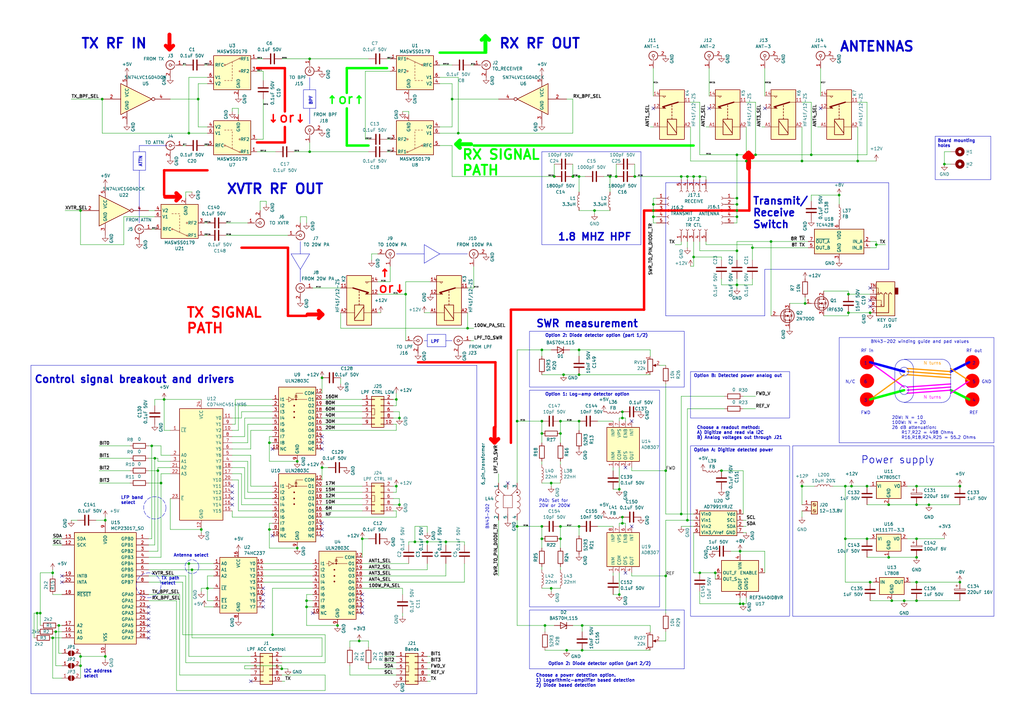
<source format=kicad_sch>
(kicad_sch (version 20250114) (generator "eeschema") (generator_version "9.0")
  (paper "A3")
  (title_block (title "K9HZ 100W 11 Band LPF: Control board") (date "2025-06-19") (rev "V1.2") (comment 1 "Layout by OG King-KI3P") (comment 2 "Designed by WJ Schmidt-K9HZ") (comment 3 "Change log: connected pins 5 and 6 of U17"))
  (rectangle (start 175.26 137.16) (end 182.88 142.24))
  (circle (center 355.6 156.21) (radius 2.8398) (stroke (width 0) (color 255 0 0 1)) (fill (type color) (color 255 0 0 1)))
  (circle (center 63.5 208.28) (radius 4.5791) (stroke (width 0) (type dash)))
  (rectangle (start 283.21 152.4) (end 323.85 171.45))
  (circle (center 398.78 156.21) (radius 2.8398) (stroke (width 0) (color 255 0 0 1)) (fill (type color) (color 255 0 0 1)))
  (arc (start 367.03 151.13) (mid 370.84 147.4555) (end 374.65 151.13))
  (circle (center 398.78 163.83) (radius 2.8398) (stroke (width 0) (color 255 0 0 1)) (fill (type color) (color 255 0 0 1)))
  (arc (start 386.08 147.32) (mid 388.7838 148.4262) (end 389.89 151.13))
  (circle (center 355.6 148.59) (radius 2.8398) (stroke (width 0) (color 255 0 0 1)) (fill (type color) (color 255 0 0 1)))
  (circle (center 398.78 148.59) (radius 2.8398) (stroke (width 0) (color 255 0 0 1)) (fill (type color) (color 255 0 0 1)))
  (rectangle (start 124.46 36.83) (end 129.54 44.45))
  (rectangle (start 217.17 135.89) (end 280.67 158.75))
  (rectangle (start 217.17 160.02) (end 270.51 248.92))
  (rectangle (start 54.61 62.23) (end 59.69 69.85))
  (circle (center 370.84 160.02) (radius 1.7961))
  (circle (center 60.96 240.03) (radius 5.08) (stroke (width 0) (type dash)))
  (circle (center 78.74 232.41) (radius 2.8398) (stroke (width 0) (type dash)))
  (circle (center 370.84 152.4) (radius 1.7961))
  (rectangle (start 283.21 182.88) (end 323.85 252.73))
  (circle (center 355.6 163.83) (radius 2.8398) (stroke (width 0) (color 255 0 0 1)) (fill (type color) (color 255 0 0 1)))
  (arc (start 389.89 161.29) (mid 388.7829 163.9929) (end 386.08 165.1))
  (rectangle (start 217.17 250.19) (end 280.67 274.32))
  (rectangle (start 344.17 138.43) (end 407.67 181.61))
  (arc (start 374.65 161.29) (mid 370.84 164.9645) (end 367.03 161.29))
  (text "Choose a readout method:\nA) Digitize and read via I2C\nB) Analog voltages out through J21" (at 285.75 180.34 0) (effects (font (size 1.27 1.27) (bold yes)) (justify left bottom)))
  (text "Transmit/\nReceive \nSwitch" (at 308.61 93.98 0) (effects (font (size 3 3) (bold yes)) (justify left bottom)))
  (text "REF" (at 397.51 170.18 0) (effects (font (size 1.27 1.27)) (justify left bottom)))
  (text "20W: N = 10\n100W: N = 20\n26 dB attenuation:\n    R17,R22 = 498 Ohms\n    R16,R18,R24,R25 = 55.2 Ohms" (at 365.76 180.34 0) (effects (font (size 1.27 1.27)) (justify left bottom)))
  (text "LPF" (at 180.34 140.97 0) (effects (font (size 1.27 1.27) (bold yes)) (justify right bottom)))
  (text "6" (at 354.33 157.48 0) (effects (font (size 1.27 1.27)) (justify left bottom)))
  (text "Choose a power detection option.\n1) Logarithmic-amplifier based detection\n2) Diode based detection" (at 219.71 281.94 0) (effects (font (size 1.27 1.27) (bold yes)) (justify left bottom)))
  (text "FWD" (at 353.06 170.18 0) (effects (font (size 1.27 1.27)) (justify left bottom)))
  (text "↓" (at 63.5 21.59 0) (effects (font (size 8 8) (thickness 1.6) (bold yes)) (justify left bottom)))
  (text "1" (at 354.33 149.86 0) (effects (font (size 1.27 1.27)) (justify left bottom)))
  (text "Option B: Detected power analog out" (at 284.48 154.94 0) (effects (font (size 1.27 1.27) (bold yes)) (justify left bottom)))
  (text "→" (at 203.2 24.13 90) (effects (font (size 8 8) (thickness 1.6) (bold yes)) (justify left bottom)))
  (text "I2C address\nselect" (at 34.29 278.13 0) (effects (font (size 1.27 1.27) (bold yes)) (justify left bottom)))
  (text "4" (at 398.78 165.1 0) (effects (font (size 1.27 1.27)) (justify left bottom)))
  (text "RX SIGNAL \nPATH" (at 189.23 72.39 0) (effects (font (size 4 4) (bold yes)) (justify left bottom)))
  (text "TX SIGNAL\nPATH" (at 76.2 137.16 0) (effects (font (size 4 4) (bold yes)) (justify left bottom)))
  (text "RF out" (at 396.24 144.78 0) (effects (font (size 1.27 1.27)) (justify left bottom)))
  (text "3" (at 354.33 165.1 0) (effects (font (size 1.27 1.27)) (justify left bottom)))
  (text "XVTR RF OUT" (at 92.71 80.01 0) (effects (font (size 4 4) (bold yes)) (justify left bottom)))
  (text "→" (at 64.77 85.09 0) (effects (font (size 8 8) (thickness 1.6) (bold yes)) (justify left bottom)))
  (text "LFP band\nselect" (at 49.53 207.01 0) (effects (font (size 1.27 1.27) (bold yes)) (justify left bottom)))
  (text "BN43-202" (at 200.66 217.17 90) (effects (font (size 1.27 1.27)) (justify left bottom)))
  (text "TX RF IN" (at 33.02 20.32 0) (effects (font (size 4 4) (bold yes)) (justify left bottom)))
  (text "↑\nor↓" (at 154.94 120.65 0) (effects (font (size 4 4) (thickness 0.6) (bold yes)) (justify left bottom)))
  (text "GND" (at 402.59 157.48 0) (effects (font (size 1.27 1.27)) (justify left bottom)))
  (text "SWR measurement" (at 219.71 134.62 0) (effects (font (size 3 3) (thickness 0.6) (bold yes)) (justify left bottom)))
  (text "→" (at 311.15 72.39 90) (effects (font (size 8 8) (thickness 2.4) (bold yes)) (justify left bottom)))
  (text "ANTENNAS" (at 344.17 21.59 0) (effects (font (size 4 4) (bold yes)) (justify left bottom)))
  (text "↑or↑" (at 133.35 43.18 0) (effects (font (size 4 4) (thickness 0.6) (bold yes)) (justify left bottom)))
  (text "←" (at 184.15 63.5 0) (effects (font (size 8 8) (thickness 1.6) (bold yes)) (justify left bottom)))
  (text "↓" (at 196.85 182.88 0) (effects (font (size 8 8) (thickness 1.6) (bold yes)) (justify left bottom)))
  (text "N turns" (at 386.08 149.86 0) (effects (font (size 1.27 1.27)) (justify right bottom)))
  (text "↓or↓" (at 109.22 50.8 0) (effects (font (size 4 4) (thickness 0.6) (bold yes)) (justify left bottom)))
  (text "2" (at 398.78 149.86 0) (effects (font (size 1.27 1.27)) (justify left bottom)))
  (text "1.8 MHZ HPF" (at 228.6 99.06 0) (effects (font (size 3 3) (bold yes)) (justify left bottom)))
  (text "Power supply" (at 353.06 190.5 0) (effects (font (size 3 3) (thickness 0.254) (bold yes)) (justify left bottom)))
  (text "N/C" (at 346.71 157.48 0) (effects (font (size 1.27 1.27)) (justify left bottom)))
  (text "ATTN" (at 58.42 68.58 90) (effects (font (size 1.27 1.27) (bold yes)) (justify left bottom)))
  (text "PAD: Set for \n20W or 200W" (at 220.98 208.28 0) (effects (font (size 1.27 1.27)) (justify left bottom)))
  (text "N turns" (at 386.08 163.83 0) (effects (font (size 1.27 1.27)) (justify right bottom)))
  (text "→" (at 123.19 133.35 0) (effects (font (size 8 8) (thickness 1.6) (bold yes)) (justify left bottom)))
  (text "RX RF OUT" (at 204.47 20.32 0) (effects (font (size 4 4) (bold yes)) (justify left bottom)))
  (text "Option 2: Diode detector option (part 1/2)" (at 223.52 138.43 0) (effects (font (size 1.27 1.27) (bold yes)) (justify left bottom)))
  (text "BPF" (at 128.27 43.18 90) (effects (font (size 1.27 1.27) (bold yes)) (justify left bottom)))
  (text "Option 2: Diode detector option (part 2/2)" (at 224.79 273.05 0) (effects (font (size 1.27 1.27) (bold yes)) (justify left bottom)))
  (text "5" (at 398.78 157.48 0) (effects (font (size 1.27 1.27)) (justify left bottom)))
  (text "Control signal breakout and drivers" (at 13.97 157.48 0) (effects (font (size 3 3) (bold yes)) (justify left bottom)))
  (text "Option A: Digitize detected power" (at 284.48 185.42 0) (effects (font (size 1.27 1.27) (bold yes)) (justify left bottom)))
  (text "TX path\nselect" (at 66.04 240.03 0) (effects (font (size 1.27 1.27) (bold yes)) (justify left bottom)))
  (text "Antenna select" (at 71.12 228.6 0) (effects (font (size 1.27 1.27) (bold yes)) (justify left bottom)))
  (text "Option 1: Log-amp detector option" (at 223.52 162.56 0) (effects (font (size 1.27 1.27) (bold yes)) (justify left bottom)))
  (text "RF in" (at 353.06 144.78 0) (effects (font (size 1.27 1.27)) (justify left bottom)))
  (text "BN43-202 winding guide and pad values" (at 397.51 140.97 0) (effects (font (size 1.27 1.27)) (justify right bottom)))
  (text_box "Board mounting holes" (at 383.54 55.88 0) (size 22.86 17.78) (margins 0.9525 0.9525 0.9525 0.9525) (effects (font (size 1.27 1.27) (thickness 0.254) (bold yes)) (justify left top)))
  (junction (at 356.87 128.27))
  (junction (at 78.74 233.68))
  (junction (at 279.4 210.82))
  (junction (at 132.08 191.77))
  (junction (at 267.97 86.36))
  (junction (at 255.27 214.63))
  (junction (at 222.25 143.51))
  (junction (at 316.23 99.06))
  (junction (at 255.27 168.91))
  (junction (at 356.87 238.76))
  (junction (at 308.61 101.6))
  (junction (at 243.84 86.36))
  (junction (at 370.84 246.38))
  (junction (at 162.56 163.83))
  (junction (at 62.23 182.88))
  (junction (at 347.98 128.27))
  (junction (at 21.59 234.95))
  (junction (at 381 207.01))
  (junction (at 267.97 88.9))
  (junction (at 43.18 213.36))
  (junction (at 347.98 120.65))
  (junction (at 302.26 83.82))
  (junction (at 127 24.13))
  (junction (at 132.08 154.94))
  (junction (at 355.6 199.39))
  (junction (at 170.18 222.25))
  (junction (at 375.92 207.01))
  (junction (at 375.92 246.38))
  (junction (at 77.47 231.14))
  (junction (at 63.5 187.96))
  (junction (at 229.87 172.72))
  (junction (at 293.37 234.95))
  (junction (at 284.48 72.39))
  (junction (at 238.76 256.54))
  (junction (at 237.49 143.51))
  (junction (at 254 243.84))
  (junction (at 163.83 171.45))
  (junction (at 328.93 199.39))
  (junction (at 166.37 120.65))
  (junction (at 281.94 72.39))
  (junction (at 222.25 172.72))
  (junction (at 351.79 66.04))
  (junction (at 121.92 224.79))
  (junction (at 115.57 274.32))
  (junction (at 85.09 241.3))
  (junction (at 212.09 215.9))
  (junction (at 250.19 72.39))
  (junction (at 393.7 199.39))
  (junction (at 110.49 217.17))
  (junction (at 279.4 72.39))
  (junction (at 227.33 72.39))
  (junction (at 191.77 134.62))
  (junction (at 344.17 80.01))
  (junction (at 81.28 40.64))
  (junction (at 284.48 105.41))
  (junction (at 64.77 193.04))
  (junction (at 302.26 81.28))
  (junction (at 82.55 217.17))
  (junction (at 229.87 220.98))
  (junction (at 222.25 177.8))
  (junction (at 237.49 72.39))
  (junction (at 238.76 266.7))
  (junction (at 255.27 171.45))
  (junction (at 110.49 181.61))
  (junction (at 302.26 102.87))
  (junction (at 125.73 248.92))
  (junction (at 346.71 220.98))
  (junction (at 147.32 262.89))
  (junction (at 231.14 153.67))
  (junction (at 138.43 256.54))
  (junction (at 355.6 220.98))
  (junction (at 21.59 261.62))
  (junction (at 125.73 246.38))
  (junction (at 127 62.23))
  (junction (at 393.7 238.76))
  (junction (at 41.91 40.64))
  (junction (at 237.49 215.9))
  (junction (at 237.49 172.72))
  (junction (at 364.49 228.6))
  (junction (at 33.02 269.24))
  (junction (at 148.59 220.98))
  (junction (at 328.93 66.04))
  (junction (at 16.51 251.46))
  (junction (at 387.35 67.31))
  (junction (at 375.92 228.6))
  (junction (at 234.95 72.39))
  (junction (at 267.97 83.82))
  (junction (at 375.92 238.76))
  (junction (at 364.49 207.01))
  (junction (at 273.05 193.04))
  (junction (at 163.83 207.01))
  (junction (at 33.02 86.36))
  (junction (at 43.18 269.24))
  (junction (at 375.92 199.39))
  (junction (at 302.26 116.84))
  (junction (at 237.49 153.67))
  (junction (at 33.02 273.05))
  (junction (at 295.91 193.04))
  (junction (at 375.92 220.98))
  (junction (at 226.06 198.12))
  (junction (at 306.07 66.04))
  (junction (at 255.27 212.09))
  (junction (at 67.31 163.83))
  (junction (at 66.04 198.12))
  (junction (at 254 200.66))
  (junction (at 185.42 40.64))
  (junction (at 252.73 72.39))
  (junction (at 232.41 266.7))
  (junction (at 349.25 199.39))
  (junction (at 302.26 88.9))
  (junction (at 260.35 72.39))
  (junction (at 281.94 213.36))
  (junction (at 182.88 222.25))
  (junction (at 332.74 63.5))
  (junction (at 302.26 86.36))
  (junction (at 226.06 241.3))
  (junction (at 222.25 215.9))
  (junction (at 162.56 199.39))
  (junction (at 223.52 256.54))
  (junction (at 304.8 247.65))
  (junction (at 187.96 54.61))
  (junction (at 302.26 63.5))
  (junction (at 309.88 63.5))
  (junction (at 287.02 72.39))
  (junction (at 212.09 172.72))
  (junction (at 15.24 251.46))
  (junction (at 121.92 189.23))
  (junction (at 229.87 177.8))
  (junction (at 287.02 234.95))
  (junction (at 365.76 246.38))
  (junction (at 346.71 199.39))
  (junction (at 303.53 226.06))
  (junction (at 303.53 247.65))
  (junction (at 229.87 215.9))
  (junction (at 359.41 100.33))
  (junction (at 222.25 220.98))
  (junction (at 111.76 260.35))
  (junction (at 77.47 54.61))
  (junction (at 273.05 236.22))
  (junction (at 330.2 124.46))
  (junction (at 22.86 259.08))
  (junction (at 24.13 256.54))
  (junction (at 175.26 222.25))
  (no_connect (at 107.95 246.38))
  (no_connect (at 336.55 44.45))
  (no_connect (at 128.27 251.46))
  (no_connect (at 25.4 236.22))
  (no_connect (at 25.4 238.76))
  (no_connect (at 313.69 44.45))
  (no_connect (at 290.83 44.45))
  (no_connect (at 95.25 201.93))
  (no_connect (at 60.96 259.08))
  (no_connect (at 60.96 254))
  (no_connect (at 148.59 248.92))
  (no_connect (at 132.08 184.15))
  (no_connect (at 111.76 219.71))
  (no_connect (at 60.96 248.92))
  (no_connect (at 259.08 215.9))
  (no_connect (at 95.25 199.39))
  (no_connect (at 107.95 241.3))
  (no_connect (at 132.08 179.07))
  (no_connect (at 148.59 246.38))
  (no_connect (at 102.87 279.4))
  (no_connect (at 267.97 44.45))
  (no_connect (at 132.08 217.17))
  (no_connect (at 132.08 181.61))
  (no_connect (at 107.95 243.84))
  (no_connect (at 208.28 198.12))
  (no_connect (at 256.54 234.95))
  (no_connect (at 95.25 204.47))
  (no_connect (at 148.59 243.84))
  (no_connect (at 259.08 172.72))
  (no_connect (at 356.87 123.19))
  (no_connect (at 107.95 248.92))
  (no_connect (at 132.08 219.71))
  (no_connect (at 111.76 184.15))
  (no_connect (at 132.08 214.63))
  (no_connect (at 356.87 125.73))
  (no_connect (at 95.25 207.01))
  (no_connect (at 148.59 251.46))
  (no_connect (at 356.87 118.11))
  (no_connect (at 60.96 256.54))
  (no_connect (at 256.54 191.77))
  (no_connect (at 60.96 261.62))
  (no_connect (at 60.96 251.46))
  (wire (pts (xy 284.48 109.22) (xy 284.48 105.41)))
  (wire (pts (xy 165.1 45.72) (xy 167.64 45.72)))
  (wire (pts (xy 370.84 246.38) (xy 375.92 246.38)))
  (wire (pts (xy 107.95 233.68) (xy 128.27 233.68)))
  (wire (pts (xy 161.29 166.37) (xy 162.56 166.37)))
  (wire (pts (xy 287.02 72.39) (xy 284.48 72.39)))
  (wire (pts (xy 304.8 213.36) (xy 306.07 213.36)))
  (wire (pts (xy 82.55 241.3) (xy 85.09 241.3)))
  (wire (pts (xy 295.91 193.04) (xy 304.8 193.04)))
  (wire (pts (xy 127 62.23) (xy 151.13 62.23)))
  (wire (pts (xy 176.53 269.24) (xy 175.26 269.24)))
  (wire (pts (xy 115.57 273.05) (xy 115.57 274.32)))
  (wire (pts (xy 328.93 209.55) (xy 328.93 212.09)))
  (wire (pts (xy 81.28 34.29) (xy 81.28 40.64)))
  (wire (pts (xy 43.18 270.51) (xy 43.18 269.24)))
  (wire (pts (xy 132.08 204.47) (xy 148.59 204.47)))
  (wire (pts (xy 185.42 72.39) (xy 227.33 72.39)))
  (wire (pts (xy 180.34 31.75) (xy 187.96 31.75)))
  (polyline (pts (xy 173.99 107.95) (xy 180.34 104.14)))
  (wire (pts (xy 302.26 116.84) (xy 308.61 116.84)))
  (wire (pts (xy 303.53 245.11) (xy 303.53 247.65)))
  (wire (pts (xy 162.56 201.93) (xy 161.29 201.93)))
  (polyline (pts (xy 325.12 182.88) (xy 325.12 252.73)))
  (wire (pts (xy 175.26 222.25) (xy 175.26 223.52)))
  (wire (pts (xy 97.79 176.53) (xy 97.79 166.37)))
  (wire (pts (xy 276.86 100.33) (xy 279.4 100.33)))
  (wire (pts (xy 110.49 224.79) (xy 121.92 224.79)))
  (wire (pts (xy 194.31 109.22) (xy 194.31 118.11)))
  (wire (pts (xy 97.79 46.99) (xy 97.79 44.45)))
  (wire (pts (xy 151.13 273.05) (xy 151.13 274.32)))
  (wire (pts (xy 347.98 129.54) (xy 347.98 128.27)))
  (polyline (pts (xy 195.58 284.48) (xy 12.7 284.48)))
  (wire (pts (xy 143.51 273.05) (xy 143.51 276.86)))
  (wire (pts (xy 222.25 220.98) (xy 222.25 224.79)))
  (polyline (pts (xy 389.89 152.4) (xy 397.51 148.59)) (stroke (width 1) (color 0 0 255 1)))
  (wire (pts (xy 250.19 72.39) (xy 252.73 72.39)))
  (wire (pts (xy 375.92 246.38) (xy 393.7 246.38)))
  (wire (pts (xy 256.54 171.45) (xy 255.27 171.45)))
  (wire (pts (xy 132.08 171.45) (xy 148.59 171.45)))
  (wire (pts (xy 60.96 231.14) (xy 77.47 231.14)))
  (wire (pts (xy 234.95 72.39) (xy 237.49 72.39)))
  (wire (pts (xy 158.75 24.13) (xy 160.02 24.13)))
  (wire (pts (xy 41.91 40.64) (xy 41.91 54.61)))
  (wire (pts (xy 125.73 256.54) (xy 125.73 248.92)))
  (wire (pts (xy 110.49 179.07) (xy 110.49 181.61)))
  (wire (pts (xy 287.02 99.06) (xy 287.02 102.87)))
  (wire (pts (xy 133.35 271.78) (xy 133.35 260.35)))
  (wire (pts (xy 255.27 214.63) (xy 254 214.63)))
  (wire (pts (xy 74.93 238.76) (xy 74.93 260.35)))
  (wire (pts (xy 162.56 163.83) (xy 162.56 166.37)))
  (wire (pts (xy 349.25 199.39) (xy 355.6 199.39)))
  (wire (pts (xy 234.95 256.54) (xy 238.76 256.54)))
  (wire (pts (xy 157.48 269.24) (xy 162.56 269.24)))
  (wire (pts (xy 270.51 149.86) (xy 273.05 149.86)))
  (wire (pts (xy 96.52 173.99) (xy 96.52 163.83)))
  (wire (pts (xy 247.65 72.39) (xy 250.19 72.39)))
  (wire (pts (xy 85.09 31.75) (xy 77.47 31.75)))
  (wire (pts (xy 40.64 198.12) (xy 53.34 198.12)))
  (wire (pts (xy 161.29 204.47) (xy 163.83 204.47)))
  (polyline (pts (xy 182.88 139.7) (xy 185.42 139.7)))
  (wire (pts (xy 303.53 226.06) (xy 303.53 227.33)))
  (wire (pts (xy 101.6 189.23) (xy 101.6 201.93)))
  (polyline (pts (xy 127 44.45) (xy 127 50.8)))
  (wire (pts (xy 64.77 191.77) (xy 69.85 191.77)))
  (wire (pts (xy 133.35 260.35) (xy 111.76 260.35)))
  (wire (pts (xy 175.26 274.32) (xy 176.53 274.32)))
  (wire (pts (xy 33.02 267.97) (xy 33.02 269.24)))
  (wire (pts (xy 364.49 207.01) (xy 375.92 207.01)))
  (wire (pts (xy 254 191.77) (xy 254 200.66)))
  (wire (pts (xy 226.06 198.12) (xy 226.06 199.39)))
  (wire (pts (xy 60.96 233.68) (xy 78.74 233.68)))
  (wire (pts (xy 232.41 266.7) (xy 238.76 266.7)))
  (wire (pts (xy 364.49 228.6) (xy 375.92 228.6)))
  (wire (pts (xy 107.95 40.64) (xy 107.95 57.15)))
  (wire (pts (xy 139.7 134.62) (xy 191.77 134.62)))
  (wire (pts (xy 102.87 199.39) (xy 111.76 199.39)))
  (wire (pts (xy 154.94 120.65) (xy 166.37 120.65)))
  (wire (pts (xy 309.88 41.91) (xy 309.88 63.5)))
  (wire (pts (xy 132.08 173.99) (xy 148.59 173.99)))
  (wire (pts (xy 226.06 241.3) (xy 229.87 241.3)))
  (wire (pts (xy 62.23 182.88) (xy 66.04 182.88)))
  (wire (pts (xy 63.5 163.83) (xy 67.31 163.83)))
  (wire (pts (xy 102.87 176.53) (xy 111.76 176.53)))
  (wire (pts (xy 128.27 243.84) (xy 125.73 243.84)))
  (wire (pts (xy 347.98 119.38) (xy 347.98 120.65)))
  (wire (pts (xy 295.91 116.84) (xy 302.26 116.84)))
  (wire (pts (xy 60.96 246.38) (xy 72.39 246.38)))
  (wire (pts (xy 162.56 163.83) (xy 161.29 163.83)))
  (wire (pts (xy 151.13 262.89) (xy 147.32 262.89)))
  (wire (pts (xy 133.35 276.86) (xy 133.35 283.21)))
  (wire (pts (xy 190.5 222.25) (xy 190.5 223.52)))
  (wire (pts (xy 212.09 215.9) (xy 222.25 215.9)))
  (wire (pts (xy 148.59 236.22) (xy 182.88 236.22)))
  (polyline (pts (xy 142.24 27.94) (xy 158.75 27.94)) (stroke (width 1) (color 0 255 0 1)))
  (wire (pts (xy 375.92 207.01) (xy 381 207.01)))
  (wire (pts (xy 132.08 191.77) (xy 134.62 191.77)))
  (wire (pts (xy 283.21 109.22) (xy 284.48 109.22)))
  (wire (pts (xy 132.08 154.94) (xy 132.08 161.29)))
  (wire (pts (xy 316.23 99.06) (xy 331.47 99.06)))
  (wire (pts (xy 161.29 209.55) (xy 162.56 209.55)))
  (wire (pts (xy 97.79 166.37) (xy 111.76 166.37)))
  (wire (pts (xy 356.87 99.06) (xy 359.41 99.06)))
  (wire (pts (xy 175.26 231.14) (xy 175.26 233.68)))
  (wire (pts (xy 127 62.23) (xy 127 58.42)))
  (wire (pts (xy 287.02 242.57) (xy 287.02 247.65)))
  (wire (pts (xy 132.08 176.53) (xy 162.56 176.53)))
  (wire (pts (xy 151.13 274.32) (xy 162.56 274.32)))
  (wire (pts (xy 154.94 115.57) (xy 160.02 115.57)))
  (wire (pts (xy 279.4 215.9) (xy 284.48 215.9)))
  (wire (pts (xy 251.46 234.95) (xy 251.46 236.22)))
  (wire (pts (xy 287.02 63.5) (xy 302.26 63.5)))
  (polyline (pts (xy 273.05 74.93) (xy 364.49 74.93)))
  (wire (pts (xy 238.76 256.54) (xy 238.76 259.08)))
  (wire (pts (xy 148.59 231.14) (xy 167.64 231.14)))
  (wire (pts (xy 95.25 209.55) (xy 95.25 212.09)))
  (wire (pts (xy 222.25 153.67) (xy 231.14 153.67)))
  (polyline (pts (xy 127 104.14) (xy 123.19 110.49)))
  (wire (pts (xy 204.47 194.31) (xy 204.47 198.12)))
  (wire (pts (xy 64.77 193.04) (xy 64.77 191.77)))
  (wire (pts (xy 359.41 101.6) (xy 356.87 101.6)))
  (wire (pts (xy 223.52 256.54) (xy 212.09 256.54)))
  (wire (pts (xy 302.26 88.9) (xy 302.26 91.44)))
  (wire (pts (xy 267.97 88.9) (xy 267.97 91.44)))
  (polyline (pts (xy 313.69 110.49) (xy 313.69 129.54)))
  (wire (pts (xy 223.52 256.54) (xy 227.33 256.54)))
  (wire (pts (xy 251.46 191.77) (xy 251.46 193.04)))
  (wire (pts (xy 100.33 179.07) (xy 100.33 171.45)))
  (wire (pts (xy 332.74 63.5) (xy 355.6 63.5)))
  (wire (pts (xy 308.61 101.6) (xy 308.61 106.68)))
  (wire (pts (xy 300.99 83.82) (xy 302.26 83.82)))
  (wire (pts (xy 33.02 273.05) (xy 33.02 278.13)))
  (polyline (pts (xy 12.7 284.48) (xy 12.7 149.86)))
  (wire (pts (xy 161.29 207.01) (xy 163.83 207.01)))
  (wire (pts (xy 170.18 215.9) (xy 170.18 222.25)))
  (wire (pts (xy 254 214.63) (xy 254 215.9)))
  (wire (pts (xy 259.08 191.77) (xy 259.08 193.04)))
  (wire (pts (xy 323.85 124.46) (xy 330.2 124.46)))
  (wire (pts (xy 105.41 57.15) (xy 107.95 57.15)))
  (wire (pts (xy 154.94 104.14) (xy 152.4 104.14)))
  (wire (pts (xy 266.7 143.51) (xy 266.7 146.05)))
  (wire (pts (xy 312.42 52.07) (xy 313.69 52.07)))
  (polyline (pts (xy 209.55 181.61) (xy 209.55 127)) (stroke (width 1) (color 255 0 0 1)))
  (wire (pts (xy 82.55 218.44) (xy 82.55 217.17)))
  (wire (pts (xy 176.53 115.57) (xy 166.37 115.57)))
  (wire (pts (xy 149.86 29.21) (xy 149.86 57.15)))
  (wire (pts (xy 185.42 59.69) (xy 180.34 59.69)))
  (wire (pts (xy 229.87 232.41) (xy 229.87 233.68)))
  (wire (pts (xy 185.42 34.29) (xy 185.42 40.64)))
  (wire (pts (xy 267.97 86.36) (xy 267.97 88.9)))
  (wire (pts (xy 281.94 99.06) (xy 281.94 101.6)))
  (wire (pts (xy 120.65 62.23) (xy 127 62.23)))
  (wire (pts (xy 95.25 173.99) (xy 96.52 173.99)))
  (wire (pts (xy 297.18 167.64) (xy 281.94 167.64)))
  (wire (pts (xy 132.08 166.37) (xy 148.59 166.37)))
  (wire (pts (xy 92.71 96.52) (xy 118.11 96.52)))
  (wire (pts (xy 309.88 63.5) (xy 332.74 63.5)))
  (wire (pts (xy 356.87 246.38) (xy 365.76 246.38)))
  (wire (pts (xy 99.06 194.31) (xy 99.06 207.01)))
  (wire (pts (xy 161.29 171.45) (xy 163.83 171.45)))
  (wire (pts (xy 295.91 114.3) (xy 295.91 116.84)))
  (wire (pts (xy 173.99 128.27) (xy 176.53 128.27)))
  (wire (pts (xy 300.99 88.9) (xy 302.26 88.9)))
  (wire (pts (xy 97.79 44.45) (xy 95.25 44.45)))
  (wire (pts (xy 83.82 59.69) (xy 85.09 59.69)))
  (wire (pts (xy 283.21 66.04) (xy 306.07 66.04)))
  (wire (pts (xy 223.52 266.7) (xy 232.41 266.7)))
  (wire (pts (xy 260.35 67.31) (xy 260.35 72.39)))
  (polyline (pts (xy 142.24 27.94) (xy 142.24 38.1)) (stroke (width 1) (color 0 255 0 1)))
  (wire (pts (xy 284.48 72.39) (xy 284.48 73.66)))
  (wire (pts (xy 245.11 215.9) (xy 251.46 215.9)))
  (wire (pts (xy 81.28 40.64) (xy 81.28 52.07)))
  (wire (pts (xy 180.34 26.67) (xy 185.42 26.67)))
  (wire (pts (xy 267.97 83.82) (xy 269.24 83.82)))
  (wire (pts (xy 125.73 243.84) (xy 125.73 246.38)))
  (wire (pts (xy 328.93 199.39) (xy 328.93 207.01)))
  (wire (pts (xy 289.56 99.06) (xy 289.56 100.33)))
  (wire (pts (xy 287.02 247.65) (xy 303.53 247.65)))
  (wire (pts (xy 132.08 209.55) (xy 148.59 209.55)))
  (wire (pts (xy 95.25 191.77) (xy 100.33 191.77)))
  (wire (pts (xy 222.25 172.72) (xy 222.25 177.8)))
  (wire (pts (xy 306.07 52.07) (xy 306.07 66.04)))
  (wire (pts (xy 165.1 251.46) (xy 165.1 252.73)))
  (wire (pts (xy 148.59 241.3) (xy 165.1 241.3)))
  (wire (pts (xy 67.31 163.83) (xy 82.55 163.83)))
  (wire (pts (xy 302.26 102.87) (xy 302.26 106.68)))
  (wire (pts (xy 237.49 153.67) (xy 266.7 153.67)))
  (wire (pts (xy 148.59 220.98) (xy 148.59 228.6)))
  (polyline (pts (xy 372.11 153.67) (xy 389.89 154.94)) (stroke (width 0.5) (color 255 153 0 1)))
  (wire (pts (xy 143.51 262.89) (xy 147.32 262.89)))
  (polyline (pts (xy 407.67 182.88) (xy 407.67 252.73)))
  (wire (pts (xy 243.84 86.36) (xy 250.19 86.36)))
  (wire (pts (xy 99.06 207.01) (xy 111.76 207.01)))
  (polyline (pts (xy 389.89 160.02) (xy 397.51 163.83)) (stroke (width 1) (color 0 255 0 1)))
  (wire (pts (xy 138.43 256.54) (xy 125.73 256.54)))
  (wire (pts (xy 161.29 173.99) (xy 162.56 173.99)))
  (wire (pts (xy 204.47 213.36) (xy 204.47 236.22)))
  (wire (pts (xy 76.2 78.74) (xy 78.74 78.74)))
  (wire (pts (xy 163.83 204.47) (xy 163.83 207.01)))
  (polyline (pts (xy 173.99 100.33) (xy 180.34 104.14)))
  (wire (pts (xy 266.7 256.54) (xy 266.7 259.08)))
  (wire (pts (xy 229.87 172.72) (xy 229.87 177.8)))
  (wire (pts (xy 100.33 204.47) (xy 111.76 204.47)))
  (wire (pts (xy 151.13 265.43) (xy 151.13 262.89)))
  (wire (pts (xy 295.91 105.41) (xy 295.91 106.68)))
  (wire (pts (xy 60.96 223.52) (xy 63.5 223.52)))
  (wire (pts (xy 328.93 41.91) (xy 332.74 41.91)))
  (polyline (pts (xy 370.84 147.32) (xy 386.08 147.32)))
  (wire (pts (xy 355.6 228.6) (xy 364.49 228.6)))
  (wire (pts (xy 304.8 162.56) (xy 309.88 162.56)))
  (wire (pts (xy 229.87 172.72) (xy 237.49 172.72)))
  (wire (pts (xy 304.8 247.65) (xy 306.07 247.65)))
  (wire (pts (xy 256.54 214.63) (xy 255.27 214.63)))
  (wire (pts (xy 227.33 67.31) (xy 227.33 72.39)))
  (polyline (pts (xy 118.11 129.54) (xy 125.73 129.54)) (stroke (width 1) (color 255 0 0 1)))
  (wire (pts (xy 355.6 207.01) (xy 364.49 207.01)))
  (wire (pts (xy 60.96 198.12) (xy 66.04 198.12)))
  (wire (pts (xy 21.59 220.98) (xy 25.4 220.98)))
  (wire (pts (xy 102.87 184.15) (xy 102.87 176.53)))
  (polyline (pts (xy 116.84 52.07) (xy 116.84 58.42)) (stroke (width 1) (color 255 0 0 1)))
  (wire (pts (xy 237.49 143.51) (xy 237.49 146.05)))
  (wire (pts (xy 229.87 215.9) (xy 237.49 215.9)))
  (wire (pts (xy 273.05 193.04) (xy 273.05 210.82)))
  (wire (pts (xy 389.89 62.23) (xy 387.35 62.23)))
  (wire (pts (xy 85.09 241.3) (xy 87.63 241.3)))
  (wire (pts (xy 74.93 59.69) (xy 76.2 59.69)))
  (wire (pts (xy 222.25 241.3) (xy 226.06 241.3)))
  (polyline (pts (xy 195.58 149.86) (xy 195.58 284.48)))
  (wire (pts (xy 346.71 220.98) (xy 355.6 220.98)))
  (polyline (pts (xy 99.06 101.6) (xy 118.11 101.6)) (stroke (width 1) (color 255 0 0 1)))
  (wire (pts (xy 346.71 238.76) (xy 356.87 238.76)))
  (wire (pts (xy 165.1 241.3) (xy 165.1 243.84)))
  (wire (pts (xy 194.31 139.7) (xy 193.04 139.7)))
  (wire (pts (xy 363.22 100.33) (xy 359.41 100.33)))
  (wire (pts (xy 269.24 81.28) (xy 267.97 81.28)))
  (wire (pts (xy 132.08 191.77) (xy 132.08 196.85)))
  (wire (pts (xy 287.02 234.95) (xy 284.48 234.95)))
  (wire (pts (xy 238.76 256.54) (xy 266.7 256.54)))
  (wire (pts (xy 40.64 182.88) (xy 53.34 182.88)))
  (wire (pts (xy 110.49 181.61) (xy 111.76 181.61)))
  (wire (pts (xy 284.48 105.41) (xy 295.91 105.41)))
  (wire (pts (xy 15.24 259.08) (xy 15.24 251.46)))
  (wire (pts (xy 365.76 246.38) (xy 370.84 246.38)))
  (wire (pts (xy 237.49 215.9) (xy 237.49 219.71)))
  (wire (pts (xy 300.99 81.28) (xy 302.26 81.28)))
  (wire (pts (xy 128.27 246.38) (xy 125.73 246.38)))
  (wire (pts (xy 328.93 66.04) (xy 351.79 66.04)))
  (wire (pts (xy 212.09 172.72) (xy 212.09 198.12)))
  (wire (pts (xy 238.76 266.7) (xy 266.7 266.7)))
  (wire (pts (xy 372.11 220.98) (xy 375.92 220.98)))
  (wire (pts (xy 306.07 247.65) (xy 306.07 245.11)))
  (wire (pts (xy 226.06 241.3) (xy 226.06 242.57)))
  (wire (pts (xy 60.96 193.04) (xy 64.77 193.04)))
  (wire (pts (xy 116.84 279.4) (xy 115.57 279.4)))
  (wire (pts (xy 306.07 218.44) (xy 304.8 218.44)))
  (wire (pts (xy 337.82 129.54) (xy 347.98 129.54)))
  (wire (pts (xy 237.49 72.39) (xy 240.03 72.39)))
  (wire (pts (xy 175.26 276.86) (xy 176.53 276.86)))
  (wire (pts (xy 148.59 220.98) (xy 151.13 220.98)))
  (wire (pts (xy 107.95 29.21) (xy 107.95 33.02)))
  (polyline (pts (xy 273.05 129.54) (xy 273.05 74.93)))
  (wire (pts (xy 69.85 217.17) (xy 69.85 204.47)))
  (wire (pts (xy 143.51 276.86) (xy 162.56 276.86)))
  (polyline (pts (xy 364.49 74.93) (xy 364.49 110.49)))
  (wire (pts (xy 85.09 246.38) (xy 87.63 246.38)))
  (wire (pts (xy 297.18 162.56) (xy 279.4 162.56)))
  (wire (pts (xy 151.13 57.15) (xy 149.86 57.15)))
  (wire (pts (xy 267.97 91.44) (xy 269.24 91.44)))
  (wire (pts (xy 303.53 247.65) (xy 304.8 247.65)))
  (wire (pts (xy 176.53 271.78) (xy 175.26 271.78)))
  (wire (pts (xy 287.02 41.91) (xy 287.02 63.5)))
  (wire (pts (xy 293.37 234.95) (xy 287.02 234.95)))
  (wire (pts (xy 287.02 102.87) (xy 302.26 102.87)))
  (wire (pts (xy 349.25 199.39) (xy 346.71 199.39)))
  (wire (pts (xy 222.25 172.72) (xy 212.09 172.72)))
  (wire (pts (xy 157.48 271.78) (xy 162.56 271.78)))
  (wire (pts (xy 105.41 24.13) (xy 107.95 24.13)))
  (wire (pts (xy 234.95 67.31) (xy 234.95 72.39)))
  (polyline (pts (xy 370.84 160.02) (xy 356.87 163.83)) (stroke (width 1) (color 0 255 0 1)))
  (polyline (pts (xy 356.87 163.83) (xy 370.84 153.67)) (stroke (width 0.5) (color 255 153 0 1)))
  (wire (pts (xy 102.87 186.69) (xy 102.87 199.39)))
  (wire (pts (xy 387.35 67.31) (xy 389.89 67.31)))
  (wire (pts (xy 78.74 261.62) (xy 78.74 233.68)))
  (wire (pts (xy 302.26 81.28) (xy 302.26 83.82)))
  (wire (pts (xy 81.28 52.07) (xy 85.09 52.07)))
  (wire (pts (xy 83.82 248.92) (xy 87.63 248.92)))
  (wire (pts (xy 128.27 118.11) (xy 139.7 118.11)))
  (wire (pts (xy 256.54 172.72) (xy 256.54 171.45)))
  (polyline (pts (xy 116.84 27.94) (xy 116.84 45.72)) (stroke (width 1) (color 255 0 0 1)))
  (wire (pts (xy 302.26 63.5) (xy 302.26 81.28)))
  (wire (pts (xy 182.88 222.25) (xy 175.26 222.25)))
  (polyline (pts (xy 356.87 148.59) (xy 370.84 158.75)) (stroke (width 0.5) (color 255 0 255 1)))
  (wire (pts (xy 190.5 231.14) (xy 190.5 238.76)))
  (wire (pts (xy 328.93 52.07) (xy 328.93 66.04)))
  (wire (pts (xy 132.08 168.91) (xy 148.59 168.91)))
  (wire (pts (xy 25.4 267.97) (xy 24.13 267.97)))
  (wire (pts (xy 289.56 73.66) (xy 289.56 72.39)))
  (wire (pts (xy 283.21 41.91) (xy 287.02 41.91)))
  (wire (pts (xy 187.96 54.61) (xy 180.34 54.61)))
  (wire (pts (xy 78.74 233.68) (xy 87.63 233.68)))
  (wire (pts (xy 289.56 52.07) (xy 290.83 52.07)))
  (wire (pts (xy 100.33 273.05) (xy 115.57 273.05)))
  (wire (pts (xy 60.96 238.76) (xy 74.93 238.76)))
  (wire (pts (xy 284.48 99.06) (xy 284.48 105.41)))
  (wire (pts (xy 60.96 187.96) (xy 63.5 187.96)))
  (wire (pts (xy 60.96 220.98) (xy 62.23 220.98)))
  (wire (pts (xy 355.6 220.98) (xy 356.87 220.98)))
  (polyline (pts (xy 151.13 59.69) (xy 142.24 59.69)) (stroke (width 1) (color 0 255 0 1)))
  (wire (pts (xy 95.25 186.69) (xy 102.87 186.69)))
  (wire (pts (xy 182.88 231.14) (xy 182.88 236.22)))
  (wire (pts (xy 351.79 66.04) (xy 359.41 66.04)))
  (wire (pts (xy 260.35 72.39) (xy 279.4 72.39)))
  (wire (pts (xy 289.56 100.33) (xy 308.61 100.33)))
  (wire (pts (xy 332.74 41.91) (xy 332.74 63.5)))
  (wire (pts (xy 66.04 186.69) (xy 69.85 186.69)))
  (wire (pts (xy 127 24.13) (xy 151.13 24.13)))
  (wire (pts (xy 132.08 201.93) (xy 148.59 201.93)))
  (wire (pts (xy 267.97 81.28) (xy 267.97 83.82)))
  (wire (pts (xy 16.51 234.95) (xy 21.59 234.95)))
  (wire (pts (xy 306.07 41.91) (xy 309.88 41.91)))
  (wire (pts (xy 95.25 176.53) (xy 97.79 176.53)))
  (wire (pts (xy 160.02 29.21) (xy 149.86 29.21)))
  (wire (pts (xy 375.92 220.98) (xy 387.35 220.98)))
  (wire (pts (xy 161.29 168.91) (xy 163.83 168.91)))
  (wire (pts (xy 341.63 199.39) (xy 346.71 199.39)))
  (wire (pts (xy 223.52 256.54) (xy 223.52 259.08)))
  (wire (pts (xy 67.31 176.53) (xy 67.31 163.83)))
  (wire (pts (xy 101.6 173.99) (xy 111.76 173.99)))
  (wire (pts (xy 115.57 24.13) (xy 127 24.13)))
  (wire (pts (xy 304.8 167.64) (xy 309.88 167.64)))
  (wire (pts (xy 332.74 80.01) (xy 344.17 80.01)))
  (wire (pts (xy 273.05 213.36) (xy 281.94 213.36)))
  (wire (pts (xy 281.94 167.64) (xy 281.94 213.36)))
  (polyline (pts (xy 307.34 69.85) (xy 307.34 86.36)) (stroke (width 1) (color 255 0 0 1)))
  (wire (pts (xy 175.26 215.9) (xy 170.18 215.9)))
  (wire (pts (xy 66.04 198.12) (xy 66.04 194.31)))
  (wire (pts (xy 185.42 59.69) (xy 185.42 72.39)))
  (wire (pts (xy 182.88 222.25) (xy 182.88 223.52)))
  (wire (pts (xy 110.49 217.17) (xy 110.49 224.79)))
  (wire (pts (xy 85.09 241.3) (xy 85.09 246.38)))
  (wire (pts (xy 355.6 199.39) (xy 356.87 199.39)))
  (wire (pts (xy 300.99 86.36) (xy 302.26 86.36)))
  (wire (pts (xy 273.05 157.48) (xy 273.05 193.04)))
  (wire (pts (xy 83.82 26.67) (xy 85.09 26.67)))
  (wire (pts (xy 39.37 213.36) (xy 43.18 213.36)))
  (wire (pts (xy 33.02 100.33) (xy 50.8 100.33)))
  (wire (pts (xy 83.82 91.44) (xy 85.09 91.44)))
  (polyline (pts (xy 85.09 69.85) (xy 67.31 69.85)) (stroke (width 1) (color 255 0 0 1)))
  (wire (pts (xy 64.77 226.06) (xy 64.77 193.04)))
  (polyline (pts (xy 127 31.75) (xy 127 36.83)))
  (polyline (pts (xy 173.99 139.7) (xy 175.26 139.7)))
  (wire (pts (xy 63.5 187.96) (xy 64.77 187.96)))
  (polyline (pts (xy 367.03 151.13) (xy 367.03 161.29)))
  (wire (pts (xy 107.95 236.22) (xy 128.27 236.22)))
  (wire (pts (xy 123.19 91.44) (xy 123.19 88.9)))
  (wire (pts (xy 99.06 168.91) (xy 111.76 168.91)))
  (wire (pts (xy 95.25 196.85) (xy 97.79 196.85)))
  (wire (pts (xy 232.41 40.64) (xy 234.95 40.64)))
  (wire (pts (xy 245.11 172.72) (xy 251.46 172.72)))
  (wire (pts (xy 284.48 234.95) (xy 284.48 218.44)))
  (wire (pts (xy 252.73 67.31) (xy 252.73 72.39)))
  (wire (pts (xy 60.96 226.06) (xy 64.77 226.06)))
  (wire (pts (xy 106.68 82.55) (xy 106.68 86.36)))
  (wire (pts (xy 33.02 269.24) (xy 43.18 269.24)))
  (wire (pts (xy 302.26 116.84) (xy 302.26 118.11)))
  (wire (pts (xy 85.09 236.22) (xy 85.09 241.3)))
  (wire (pts (xy 204.47 40.64) (xy 185.42 40.64)))
  (wire (pts (xy 72.39 283.21) (xy 72.39 246.38)))
  (wire (pts (xy 289.56 72.39) (xy 287.02 72.39)))
  (wire (pts (xy 344.17 80.01) (xy 344.17 83.82)))
  (wire (pts (xy 306.07 66.04) (xy 328.93 66.04)))
  (polyline (pts (xy 57.15 59.69) (xy 68.58 59.69)))
  (wire (pts (xy 139.7 157.48) (xy 139.7 154.94)))
  (wire (pts (xy 82.55 217.17) (xy 69.85 217.17)))
  (polyline (pts (xy 105.41 27.94) (xy 116.84 27.94)) (stroke (width 1) (color 255 0 0 1)))
  (wire (pts (xy 270.51 262.89) (xy 273.05 262.89)))
  (wire (pts (xy 109.22 82.55) (xy 106.68 82.55)))
  (polyline (pts (xy 203.2 148.59) (xy 203.2 175.26)) (stroke (width 1) (color 255 0 0 1)))
  (wire (pts (xy 77.47 269.24) (xy 77.47 231.14)))
  (wire (pts (xy 148.59 238.76) (xy 190.5 238.76)))
  (wire (pts (xy 69.85 176.53) (xy 67.31 176.53)))
  (wire (pts (xy 346.71 199.39) (xy 346.71 220.98)))
  (polyline (pts (xy 209.55 127) (xy 264.16 127)) (stroke (width 1) (color 255 0 0 1)))
  (polyline (pts (xy 364.49 110.49) (xy 313.69 110.49)))
  (wire (pts (xy 95.25 184.15) (xy 102.87 184.15)))
  (wire (pts (xy 237.49 86.36) (xy 243.84 86.36)))
  (wire (pts (xy 162.56 199.39) (xy 162.56 201.93)))
  (polyline (pts (xy 180.34 104.14) (xy 191.77 104.14)))
  (wire (pts (xy 212.09 172.72) (xy 212.09 143.51)))
  (wire (pts (xy 43.18 212.09) (xy 43.18 213.36)))
  (polyline (pts (xy 142.24 44.45) (xy 142.24 59.69)) (stroke (width 1) (color 0 255 0 1)))
  (wire (pts (xy 229.87 215.9) (xy 229.87 220.98)))
  (wire (pts (xy 62.23 93.98) (xy 63.5 93.98)))
  (wire (pts (xy 229.87 220.98) (xy 229.87 224.79)))
  (wire (pts (xy 25.4 273.05) (xy 22.86 273.05)))
  (wire (pts (xy 267.97 86.36) (xy 269.24 86.36)))
  (wire (pts (xy 170.18 222.25) (xy 167.64 222.25)))
  (polyline (pts (xy 123.19 99.06) (xy 123.19 104.14)))
  (wire (pts (xy 74.93 260.35) (xy 111.76 260.35)))
  (wire (pts (xy 212.09 213.36) (xy 212.09 215.9)))
  (wire (pts (xy 125.73 246.38) (xy 125.73 248.92)))
  (wire (pts (xy 190.5 222.25) (xy 182.88 222.25)))
  (wire (pts (xy 109.22 82.55) (xy 109.22 83.82)))
  (wire (pts (xy 62.23 182.88) (xy 62.23 220.98)))
  (polyline (pts (xy 372.11 151.13) (xy 389.89 152.4)) (stroke (width 0.5) (color 255 153 0 1)))
  (wire (pts (xy 115.57 271.78) (xy 133.35 271.78)))
  (wire (pts (xy 83.82 96.52) (xy 85.09 96.52)))
  (wire (pts (xy 191.77 134.62) (xy 191.77 128.27)))
  (wire (pts (xy 273.05 251.46) (xy 273.05 236.22)))
  (wire (pts (xy 254 171.45) (xy 254 172.72)))
  (wire (pts (xy 256.54 215.9) (xy 256.54 214.63)))
  (wire (pts (xy 347.98 128.27) (xy 356.87 128.27)))
  (polyline (pts (xy 173.99 107.95) (xy 173.99 100.33)))
  (wire (pts (xy 21.59 243.84) (xy 25.4 243.84)))
  (wire (pts (xy 100.33 191.77) (xy 100.33 204.47)))
  (polyline (pts (xy 370.84 152.4) (xy 356.87 148.59)) (stroke (width 1) (color 0 0 255 1)))
  (wire (pts (xy 60.96 243.84) (xy 73.66 243.84)))
  (wire (pts (xy 13.97 251.46) (xy 15.24 251.46)))
  (wire (pts (xy 50.8 100.33) (xy 50.8 88.9)))
  (wire (pts (xy 222.25 189.23) (xy 222.25 190.5)))
  (wire (pts (xy 66.04 182.88) (xy 66.04 186.69)))
  (wire (pts (xy 180.34 34.29) (xy 185.42 34.29)))
  (wire (pts (xy 21.59 278.13) (xy 21.59 261.62)))
  (wire (pts (xy 226.06 198.12) (xy 229.87 198.12)))
  (polyline (pts (xy 12.7 149.86) (xy 195.58 149.86)))
  (wire (pts (xy 222.25 198.12) (xy 226.06 198.12)))
  (wire (pts (xy 21.59 261.62) (xy 25.4 261.62)))
  (wire (pts (xy 139.7 128.27) (xy 139.7 134.62)))
  (wire (pts (xy 302.26 99.06) (xy 316.23 99.06)))
  (wire (pts (xy 237.49 72.39) (xy 237.49 78.74)))
  (wire (pts (xy 132.08 207.01) (xy 148.59 207.01)))
  (wire (pts (xy 95.25 181.61) (xy 101.6 181.61)))
  (wire (pts (xy 259.08 234.95) (xy 259.08 236.22)))
  (wire (pts (xy 95.25 179.07) (xy 100.33 179.07)))
  (polyline (pts (xy 222.25 62.23) (xy 262.89 62.23)))
  (wire (pts (xy 372.11 199.39) (xy 375.92 199.39)))
  (polyline (pts (xy 389.89 161.29) (xy 397.51 156.21)) (stroke (width 0.5) (color 255 0 255 1)))
  (wire (pts (xy 212.09 143.51) (xy 222.25 143.51)))
  (wire (pts (xy 231.14 153.67) (xy 237.49 153.67)))
  (wire (pts (xy 302.26 63.5) (xy 309.88 63.5)))
  (wire (pts (xy 229.87 177.8) (xy 229.87 181.61)))
  (wire (pts (xy 194.31 134.62) (xy 191.77 134.62)))
  (wire (pts (xy 26.67 86.36) (xy 33.02 86.36)))
  (wire (pts (xy 22.86 259.08) (xy 25.4 259.08)))
  (wire (pts (xy 283.21 52.07) (xy 283.21 66.04)))
  (wire (pts (xy 125.73 248.92) (xy 128.27 248.92)))
  (wire (pts (xy 77.47 31.75) (xy 77.47 54.61)))
  (polyline (pts (xy 162.56 104.14) (xy 173.99 104.14)))
  (wire (pts (xy 63.5 166.37) (xy 63.5 163.83)))
  (wire (pts (xy 125.73 88.9) (xy 125.73 91.44)))
  (polyline (pts (xy 57.15 62.23) (xy 57.15 59.69)))
  (wire (pts (xy 387.35 62.23) (xy 387.35 67.31)))
  (wire (pts (xy 132.08 269.24) (xy 132.08 261.62)))
  (wire (pts (xy 175.26 222.25) (xy 170.18 222.25)))
  (wire (pts (xy 337.82 119.38) (xy 347.98 119.38)))
  (wire (pts (xy 250.19 72.39) (xy 250.19 78.74)))
  (wire (pts (xy 87.63 236.22) (xy 85.09 236.22)))
  (polyline (pts (xy 374.65 151.13) (xy 374.65 161.29)))
  (wire (pts (xy 15.24 251.46) (xy 16.51 251.46)))
  (wire (pts (xy 107.95 231.14) (xy 128.27 231.14)))
  (wire (pts (xy 302.26 99.06) (xy 302.26 102.87)))
  (wire (pts (xy 302.26 86.36) (xy 302.26 88.9)))
  (wire (pts (xy 193.04 26.67) (xy 194.31 26.67)))
  (wire (pts (xy 234.95 54.61) (xy 187.96 54.61)))
  (polyline (pts (xy 325.12 182.88) (xy 407.67 182.88)))
  (wire (pts (xy 60.96 86.36) (xy 63.5 86.36)))
  (wire (pts (xy 375.92 238.76) (xy 393.7 238.76)))
  (wire (pts (xy 304.8 193.04) (xy 304.8 210.82)))
  (wire (pts (xy 229.87 189.23) (xy 229.87 190.5)))
  (wire (pts (xy 212.09 256.54) (xy 212.09 215.9)))
  (wire (pts (xy 273.05 210.82) (xy 279.4 210.82)))
  (wire (pts (xy 66.04 194.31) (xy 69.85 194.31)))
  (wire (pts (xy 375.92 199.39) (xy 393.7 199.39)))
  (polyline (pts (xy 407.67 252.73) (xy 325.12 252.73)))
  (wire (pts (xy 281.94 72.39) (xy 281.94 73.66)))
  (wire (pts (xy 176.53 279.4) (xy 175.26 279.4)))
  (wire (pts (xy 100.33 171.45) (xy 111.76 171.45)))
  (wire (pts (xy 101.6 201.93) (xy 111.76 201.93)))
  (wire (pts (xy 332.74 82.55) (xy 332.74 80.01)))
  (polyline (pts (xy 105.41 58.42) (xy 116.84 58.42)) (stroke (width 1) (color 255 0 0 1)))
  (wire (pts (xy 287.02 72.39) (xy 287.02 73.66)))
  (wire (pts (xy 40.64 193.04) (xy 53.34 193.04)))
  (wire (pts (xy 13.97 261.62) (xy 13.97 251.46)))
  (wire (pts (xy 273.05 236.22) (xy 273.05 213.36)))
  (wire (pts (xy 24.13 256.54) (xy 25.4 256.54)))
  (wire (pts (xy 82.55 241.3) (xy 82.55 242.57)))
  (wire (pts (xy 16.51 256.54) (xy 16.51 251.46)))
  (wire (pts (xy 234.95 40.64) (xy 234.95 54.61)))
  (wire (pts (xy 22.86 273.05) (xy 22.86 259.08)))
  (polyline (pts (xy 171.45 148.59) (xy 203.2 148.59)) (stroke (width 1) (color 255 0 0 1)))
  (wire (pts (xy 308.61 100.33) (xy 308.61 101.6)))
  (wire (pts (xy 152.4 104.14) (xy 152.4 106.68)))
  (polyline (pts (xy 118.11 101.6) (xy 118.11 129.54)) (stroke (width 1) (color 255 0 0 1)))
  (wire (pts (xy 381 207.01) (xy 393.7 207.01)))
  (wire (pts (xy 306.07 215.9) (xy 304.8 215.9)))
  (wire (pts (xy 267.97 88.9) (xy 269.24 88.9)))
  (wire (pts (xy 63.5 223.52) (xy 63.5 187.96)))
  (wire (pts (xy 166.37 115.57) (xy 166.37 120.65)))
  (wire (pts (xy 85.09 34.29) (xy 81.28 34.29)))
  (wire (pts (xy 222.25 232.41) (xy 222.25 233.68)))
  (polyline (pts (xy 389.89 151.13) (xy 397.51 156.21)) (stroke (width 0.5) (color 255 153 0 1)))
  (wire (pts (xy 243.84 86.36) (xy 243.84 87.63)))
  (wire (pts (xy 111.76 214.63) (xy 110.49 214.63)))
  (wire (pts (xy 302.26 83.82) (xy 302.26 86.36)))
  (wire (pts (xy 110.49 181.61) (xy 110.49 189.23)))
  (wire (pts (xy 222.25 143.51) (xy 222.25 146.05)))
  (wire (pts (xy 25.4 278.13) (xy 21.59 278.13)))
  (wire (pts (xy 133.35 283.21) (xy 72.39 283.21)))
  (wire (pts (xy 293.37 234.95) (xy 293.37 237.49)))
  (wire (pts (xy 267.97 27.94) (xy 267.97 39.37)))
  (wire (pts (xy 107.95 238.76) (xy 128.27 238.76)))
  (wire (pts (xy 64.77 187.96) (xy 64.77 189.23)))
  (wire (pts (xy 16.51 251.46) (xy 16.51 234.95)))
  (wire (pts (xy 77.47 269.24) (xy 102.87 269.24)))
  (wire (pts (xy 132.08 199.39) (xy 148.59 199.39)))
  (wire (pts (xy 33.02 86.36) (xy 33.02 100.33)))
  (wire (pts (xy 40.64 187.96) (xy 53.34 187.96)))
  (wire (pts (xy 100.33 274.32) (xy 100.33 273.05)))
  (wire (pts (xy 96.52 163.83) (xy 111.76 163.83)))
  (wire (pts (xy 95.25 171.45) (xy 99.06 171.45)))
  (wire (pts (xy 69.85 40.64) (xy 81.28 40.64)))
  (wire (pts (xy 162.56 161.29) (xy 162.56 163.83)))
  (wire (pts (xy 233.68 143.51) (xy 237.49 143.51)))
  (wire (pts (xy 351.79 66.04) (xy 351.79 52.07)))
  (polyline (pts (xy 389.89 151.13) (xy 389.89 161.29)))
  (wire (pts (xy 24.13 267.97) (xy 24.13 256.54)))
  (wire (pts (xy 222.25 143.51) (xy 226.06 143.51)))
  (wire (pts (xy 185.42 52.07) (xy 180.34 52.07)))
  (wire (pts (xy 259.08 236.22) (xy 273.05 236.22)))
  (wire (pts (xy 101.6 181.61) (xy 101.6 173.99)))
  (wire (pts (xy 111.76 241.3) (xy 128.27 241.3)))
  (wire (pts (xy 356.87 238.76) (xy 358.14 238.76)))
  (polyline (pts (xy 264.16 86.36) (xy 264.16 127)) (stroke (width 1) (color 255 0 0 1)))
  (polyline (pts (xy 372.11 161.29) (xy 389.89 160.02)) (stroke (width 0.5) (color 255 0 255 1)))
  (wire (pts (xy 115.57 276.86) (xy 133.35 276.86)))
  (wire (pts (xy 97.79 209.55) (xy 111.76 209.55)))
  (wire (pts (xy 64.77 189.23) (xy 69.85 189.23)))
  (wire (pts (xy 255.27 212.09) (xy 255.27 214.63)))
  (wire (pts (xy 302.26 91.44) (xy 300.99 91.44)))
  (wire (pts (xy 281.94 213.36) (xy 284.48 213.36)))
  (wire (pts (xy 21.59 233.68) (xy 21.59 234.95)))
  (wire (pts (xy 110.49 217.17) (xy 111.76 217.17)))
  (wire (pts (xy 346.71 220.98) (xy 346.71 238.76)))
  (polyline (pts (xy 222.25 62.23) (xy 222.25 100.33)))
  (wire (pts (xy 194.31 118.11) (xy 191.77 118.11)))
  (wire (pts (xy 156.21 128.27) (xy 154.94 128.27)))
  (wire (pts (xy 102.87 274.32) (xy 100.33 274.32)))
  (wire (pts (xy 111.76 260.35) (xy 111.76 241.3)))
  (wire (pts (xy 290.83 27.94) (xy 290.83 39.37)))
  (wire (pts (xy 359.41 99.06) (xy 359.41 100.33)))
  (wire (pts (xy 313.69 27.94) (xy 313.69 39.37)))
  (wire (pts (xy 73.66 276.86) (xy 73.66 243.84)))
  (polyline (pts (xy 119.38 104.14) (xy 127 104.14)))
  (wire (pts (xy 60.96 182.88) (xy 62.23 182.88)))
  (wire (pts (xy 237.49 143.51) (xy 266.7 143.51)))
  (wire (pts (xy 148.59 233.68) (xy 175.26 233.68)))
  (wire (pts (xy 123.19 88.9) (xy 125.73 88.9)))
  (wire (pts (xy 254 200.66) (xy 251.46 200.66)))
  (wire (pts (xy 359.41 100.33) (xy 359.41 101.6)))
  (wire (pts (xy 299.72 226.06) (xy 303.53 226.06)))
  (wire (pts (xy 254 243.84) (xy 251.46 243.84)))
  (wire (pts (xy 166.37 120.65) (xy 166.37 139.7)))
  (wire (pts (xy 279.4 210.82) (xy 284.48 210.82)))
  (polyline (pts (xy 142.24 27.94) (xy 142.24 27.94)) (stroke (width 1) (color 0 255 0 1)))
  (polyline (pts (xy 372.11 160.02) (xy 389.89 158.75)) (stroke (width 0.5) (color 255 0 255 1)))
  (wire (pts (xy 60.96 236.22) (xy 76.2 236.22)))
  (wire (pts (xy 111.76 179.07) (xy 110.49 179.07)))
  (wire (pts (xy 254 234.95) (xy 254 243.84)))
  (wire (pts (xy 95.25 212.09) (xy 111.76 212.09)))
  (wire (pts (xy 237.49 172.72) (xy 237.49 176.53)))
  (wire (pts (xy 105.41 29.21) (xy 107.95 29.21)))
  (wire (pts (xy 160.02 115.57) (xy 160.02 109.22)))
  (wire (pts (xy 158.75 62.23) (xy 160.02 62.23)))
  (polyline (pts (xy 123.19 110.49) (xy 123.19 115.57)))
  (wire (pts (xy 185.42 40.64) (xy 185.42 52.07)))
  (wire (pts (xy 99.06 171.45) (xy 99.06 168.91)))
  (polyline (pts (xy 57.15 69.85) (xy 57.15 91.44)))
  (wire (pts (xy 95.25 189.23) (xy 101.6 189.23)))
  (wire (pts (xy 255.27 171.45) (xy 254 171.45)))
  (wire (pts (xy 115.57 274.32) (xy 118.11 274.32)))
  (wire (pts (xy 115.57 269.24) (xy 132.08 269.24)))
  (wire (pts (xy 313.69 234.95) (xy 313.69 226.06)))
  (wire (pts (xy 29.21 40.64) (xy 41.91 40.64)))
  (wire (pts (xy 279.4 72.39) (xy 279.4 73.66)))
  (wire (pts (xy 76.2 236.22) (xy 76.2 271.78)))
  (wire (pts (xy 158.75 57.15) (xy 160.02 57.15)))
  (wire (pts (xy 95.25 44.45) (xy 95.25 45.72)))
  (wire (pts (xy 281.94 72.39) (xy 279.4 72.39)))
  (polyline (pts (xy 262.89 100.33) (xy 222.25 100.33)))
  (wire (pts (xy 73.66 276.86) (xy 102.87 276.86)))
  (wire (pts (xy 255.27 168.91) (xy 255.27 171.45)))
  (wire (pts (xy 60.96 228.6) (xy 66.04 228.6)))
  (wire (pts (xy 308.61 116.84) (xy 308.61 114.3)))
  (wire (pts (xy 279.4 100.33) (xy 279.4 99.06)))
  (wire (pts (xy 187.96 31.75) (xy 187.96 54.61)))
  (wire (pts (xy 163.83 168.91) (xy 163.83 171.45)))
  (wire (pts (xy 330.2 121.92) (xy 330.2 124.46)))
  (wire (pts (xy 347.98 120.65) (xy 356.87 120.65)))
  (wire (pts (xy 110.49 189.23) (xy 121.92 189.23)))
  (wire (pts (xy 132.08 212.09) (xy 162.56 212.09)))
  (wire (pts (xy 316.23 129.54) (xy 316.23 99.06)))
  (wire (pts (xy 77.47 231.14) (xy 87.63 231.14)))
  (wire (pts (xy 41.91 54.61) (xy 77.47 54.61)))
  (wire (pts (xy 74.93 26.67) (xy 76.2 26.67)))
  (wire (pts (xy 222.25 177.8) (xy 222.25 181.61)))
  (wire (pts (xy 29.21 213.36) (xy 31.75 213.36)))
  (wire (pts (xy 21.59 223.52) (xy 25.4 223.52)))
  (wire (pts (xy 336.55 27.94) (xy 336.55 39.37)))
  (polyline (pts (xy 119.38 104.14) (xy 123.19 110.49)))
  (wire (pts (xy 143.51 265.43) (xy 143.51 262.89)))
  (wire (pts (xy 162.56 173.99) (xy 162.56 176.53)))
  (wire (pts (xy 259.08 193.04) (xy 273.05 193.04)))
  (polyline (pts (xy 180.34 21.59) (xy 199.39 21.59)) (stroke (width 1) (color 0 255 0 1)))
  (polyline (pts (xy 284.48 59.69) (xy 194.31 59.69)) (stroke (width 1) (color 0 255 0 1)))
  (wire (pts (xy 355.6 63.5) (xy 355.6 41.91)))
  (polyline (pts (xy 262.89 62.23) (xy 262.89 100.33)))
  (wire (pts (xy 33.02 269.24) (xy 33.02 273.05)))
  (polyline (pts (xy 313.69 129.54) (xy 273.05 129.54)))
  (polyline (pts (xy 307.34 86.36) (xy 264.16 86.36)) (stroke (width 1) (color 255 0 0 1)))
  (wire (pts (xy 50.8 88.9) (xy 63.5 88.9)))
  (wire (pts (xy 76.2 271.78) (xy 102.87 271.78)))
  (wire (pts (xy 167.64 222.25) (xy 167.64 223.52)))
  (wire (pts (xy 132.08 163.83) (xy 148.59 163.83)))
  (wire (pts (xy 267.97 83.82) (xy 267.97 86.36)))
  (wire (pts (xy 302.26 114.3) (xy 302.26 116.84)))
  (wire (pts (xy 335.28 52.07) (xy 336.55 52.07)))
  (wire (pts (xy 308.61 101.6) (xy 331.47 101.6)))
  (wire (pts (xy 97.79 196.85) (xy 97.79 209.55)))
  (polyline (pts (xy 67.31 69.85) (xy 67.31 80.01)) (stroke (width 1) (color 255 0 0 1)))
  (wire (pts (xy 105.41 62.23) (xy 113.03 62.23)))
  (wire (pts (xy 279.4 162.56) (xy 279.4 210.82)))
  (wire (pts (xy 175.26 218.44) (xy 175.26 215.9)))
  (wire (pts (xy 167.64 45.72) (xy 167.64 46.99)))
  (wire (pts (xy 284.48 72.39) (xy 281.94 72.39)))
  (wire (pts (xy 373.38 238.76) (xy 375.92 238.76)))
  (wire (pts (xy 77.47 54.61) (xy 85.09 54.61)))
  (wire (pts (xy 76.2 81.28) (xy 76.2 78.74)))
  (polyline (pts (xy 372.11 152.4) (xy 389.89 153.67)) (stroke (width 0.5) (color 255 153 0 1)))
  (polyline (pts (xy 370.84 165.1) (xy 386.08 165.1)))
  (wire (pts (xy 132.08 261.62) (xy 78.74 261.62)))
  (wire (pts (xy 95.25 194.31) (xy 99.06 194.31)))
  (wire (pts (xy 273.05 262.89) (xy 273.05 259.08)))
  (wire (pts (xy 162.56 209.55) (xy 162.56 212.09)))
  (wire (pts (xy 328.93 199.39) (xy 334.01 199.39)))
  (wire (pts (xy 92.71 91.44) (xy 101.6 91.44)))
  (wire (pts (xy 313.69 226.06) (xy 303.53 226.06)))
  (wire (pts (xy 355.6 41.91) (xy 351.79 41.91)))
  (wire (pts (xy 21.59 234.95) (xy 21.59 236.22)))
  (wire (pts (xy 222.25 215.9) (xy 222.25 220.98)))
  (wire (pts (xy 266.7 52.07) (xy 267.97 52.07)))
  (wire (pts (xy 110.49 214.63) (xy 110.49 217.17)))
  (polyline (pts (xy 372.11 158.75) (xy 389.89 157.48)) (stroke (width 0.5) (color 255 0 255 1)))
  (wire (pts (xy 66.04 228.6) (xy 66.04 198.12)))
  (wire (pts (xy 161.29 199.39) (xy 162.56 199.39)))
  (label "160M" (at 133.35 163.83 0) (effects (font (bold yes))))
  (label "RRF12" (at 158.75 57.15 0) (effects (font (size 0.5 0.5))))
  (label "ANT4_SEL" (at 151.13 238.76 0) (effects (font (bold yes))))
  (label "RRF15" (at 83.82 91.44 0) (effects (font (size 0.5 0.5))))
  (label "RF30" (at 234.95 72.39 0) (effects (font (size 0.5 0.5))))
  (label "RRF16" (at 83.82 96.52 0) (effects (font (size 0.5 0.5))))
  (label "100W_PA_SEL" (at 151.13 241.3 0) (effects (font (bold yes))))
  (label "RRF11" (at 158.75 24.13 0) (effects (font (size 0.5 0.5))))
  (label "60M" (at 133.35 168.91 0) (effects (font (bold yes))))
  (label "RF27" (at 336.55 34.29 0) (effects (font (size 0.5 0.5))))
  (label "40M" (at 133.35 171.45 0) (effects (font (bold yes))))
  (label "10M" (at 133.35 207.01 0) (effects (font (bold yes))))
  (label "XVTR_SEL" (at 62.23 236.22 0) (effects (font (bold yes))))
  (label "RF36" (at 214.63 215.9 0) (effects (font (size 0.5 0.5))))
  (label "RX_BPF_SEL" (at 234.95 40.64 0) (effects (font (bold yes))))
  (label "REF_V" (at 176.53 276.86 0) (effects (font (thickness 0.254) (bold yes))))
  (label "BIT3" (at 40.64 198.12 0) (effects (font (bold yes))))
  (label "FWD_V" (at 309.88 162.56 0) (effects (font (thickness 0.254) (bold yes))))
  (label "TX" (at 363.22 100.33 180) (effects (font (bold yes))))
  (label "ANT2_SEL" (at 151.13 233.68 0) (effects (font (bold yes))))
  (label "RF29" (at 248.92 72.39 0) (effects (font (size 0.5 0.5))))
  (label "RRF5" (at 107.95 43.18 0) (effects (font (size 0.5 0.5))))
  (label "RRF33" (at 181.61 26.67 0) (effects (font (size 0.5 0.5))))
  (label "BIT2" (at 40.64 193.04 0) (effects (font (bold yes))))
  (label "SDA" (at 157.48 274.32 0) (effects (font (thickness 0.254) (bold yes))))
  (label "30M" (at 133.35 173.99 0) (effects (font (bold yes))))
  (label "8R ~{TX}" (at 330.2 99.06 180) (effects (font (bold yes))))
  (label "RF19" (at 129.54 118.11 0) (effects (font (size 0.5 0.5))))
  (label "BIT1" (at 40.64 187.96 0) (effects (font (bold yes))))
  (label "RRF10" (at 106.68 62.23 0) (effects (font (size 0.5 0.5))))
  (label "80M" (at 133.35 166.37 0) (effects (font (bold yes))))
  (label "12M" (at 133.35 204.47 0) (effects (font (bold yes))))
  (label "ANT1_SEL" (at 266.7 52.07 90) (effects (font (bold yes))))
  (label "LPF_TO_SWR" (at 204.47 194.31 90) (effects (font (bold yes))))
  (label "RRF8" (at 115.57 24.13 0) (effects (font (size 0.5 0.5))))
  (label "SCL" (at 306.07 213.36 0) (effects (font (thickness 0.254) (bold yes))))
  (label "RF1" (at 74.93 26.67 0) (effects (font (size 0.5 0.5))))
  (label "SWR_TO_PIN_DIODE_TR" (at 267.97 91.44 270) (effects (font (bold yes))))
  (label "RF37" (at 232.41 215.9 0) (effects (font (size 0.5 0.5))))
  (label "REF" (at 273.05 236.22 0))
  (label "RRF6" (at 83.82 59.69 0) (effects (font (size 0.5 0.5))))
  (label "RRF32" (at 149.86 57.15 0) (effects (font (size 0.5 0.5))))
  (label "SCL" (at 21.59 223.52 0) (effects (font (thickness 0.254) (bold yes))))
  (label "RF28" (at 261.62 72.39 0) (effects (font (size 0.5 0.5))))
  (label "FWD" (at 273.05 193.04 0))
  (label "8T TX" (at 330.2 101.6 180) (effects (font (bold yes))))
  (label "6M" (at 133.35 209.55 0) (effects (font (bold yes))))
  (label "BIT1" (at 176.53 269.24 0) (effects (font (bold yes))))
  (label "RF17" (at 92.71 91.44 0) (effects (font (size 0.5 0.5))))
  (label "BIT0" (at 40.64 182.88 0) (effects (font (bold yes))))
  (label "RF21" (at 161.29 120.65 0) (effects (font (size 0.5 0.5))))
  (label "SWR_TO_PIN_DIODE_TR" (at 204.47 236.22 90) (effects (font (bold yes))))
  (label "RF35" (at 213.36 172.72 0) (effects (font (size 0.5 0.5))))
  (label "SCL" (at 157.48 276.86 0) (effects (font (thickness 0.254) (bold yes))))
  (label "XVTR_SEL" (at 26.67 86.36 0) (effects (font (bold yes))))
  (label "RRF3" (at 105.41 24.13 0) (effects (font (size 0.5 0.5))))
  (label "SDA" (at 306.07 215.9 0) (effects (font (thickness 0.254) (bold yes))))
  (label "RRF31" (at 224.79 72.39 0) (effects (font (size 0.5 0.5))))
  (label "RRF14" (at 62.23 93.98 0) (effects (font (size 0.5 0.5))))
  (label "100W_PA_SEL" (at 194.31 134.62 0) (effects (font (bold yes))))
  (label "BIT3" (at 176.53 271.78 0) (effects (font (bold yes))))
  (label "TX_BPF_SEL" (at 62.23 243.84 0) (effects (font (bold yes))))
  (label "RF7" (at 74.93 59.69 0) (effects (font (size 0.5 0.5))))
  (label "ANT3_SEL" (at 312.42 52.07 90) (effects (font (bold yes))))
  (label "TX" (at 176.53 279.4 0) (effects (font (bold yes))))
  (label "BIT0" (at 157.48 269.24 0) (effects (font (bold yes))))
  (label "FWD_V" (at 176.53 274.32 0) (effects (font (thickness 0.254) (bold yes))))
  (label "RRF25" (at 290.83 34.29 0) (effects (font (size 0.5 0.5))))
  (label "RF24" (at 267.97 34.29 0) (effects (font (size 0.5 0.5))))
  (label "RF34" (at 193.04 26.67 0) (effects (font (size 0.5 0.5))))
  (label "RF23" (at 289.56 63.5 0) (effects (font (size 0.5 0.5))))
  (label "RRF13" (at 158.75 62.23 0) (effects (font (size 0.5 0.5))))
  (label "BIT2" (at 157.48 271.78 0) (effects (font (bold yes))))
  (label "17M" (at 133.35 199.39 0) (effects (font (bold yes))))
  (label "RF18" (at 92.71 96.52 0) (effects (font (size 0.5 0.5))))
  (label "RF20" (at 156.21 115.57 0) (effects (font (size 0.5 0.5))))
  (label "20M" (at 133.35 176.53 0) (effects (font (bold yes))))
  (label "SDA" (at 21.59 220.98 0) (effects (font (thickness 0.254) (bold yes))))
  (label "REF_V" (at 309.88 167.64 0) (effects (font (thickness 0.254) (bold yes))))
  (label "RX_BPF_SEL" (at 62.23 246.38 0) (effects (font (bold yes))))
  (label "ANT2_SEL" (at 289.56 52.07 90) (effects (font (bold yes))))
  (label "RF38" (at 232.41 172.72 0) (effects (font (size 0.5 0.5))))
  (label "RRF4" (at 105.41 29.21 0) (effects (font (size 0.5 0.5))))
  (label "RRF26" (at 313.69 34.29 0) (effects (font (size 0.5 0.5))))
  (label "LPF_TO_SWR" (at 194.31 139.7 0) (effects (font (bold yes))))
  (label "RF22" (at 194.31 118.11 0) (effects (font (size 0.5 0.5))))
  (label "RRF9" (at 120.65 62.23 0) (effects (font (size 0.5 0.5))))
  (label "TX_BPF_SEL" (at 29.21 40.64 0) (effects (font (bold yes))))
  (label "TX" (at 116.84 279.4 0) (effects (font (bold yes))))
  (label "TX" (at 276.86 100.33 180) (effects (font (bold yes))))
  (label "ANT1_SEL" (at 151.13 231.14 0) (effects (font (bold yes))))
  (label "15M" (at 133.35 201.93 0) (effects (font (bold yes))))
  (label "ANT4_SEL" (at 335.28 52.07 90) (effects (font (bold yes))))
  (label "ANT3_SEL" (at 151.13 236.22 0) (effects (font (bold yes))))
  (label "RRF2" (at 83.82 26.67 0) (effects (font (size 0.5 0.5))))
  (label "NF" (at 133.35 212.09 0) (effects (font (bold yes))))
  (symbol (lib_id "Device:C") (at 154.94 220.98 90) (unit 1)
    (property "Reference" "C12" (at 154.94 214.63 90))
    (property "Value" "0.1uF 50V" (at 153.67 217.17 90))
    (property "Footprint" "Capacitor_SMD:C_1206_3216Metric" (effects (hide yes)))
    (property "Mouser Part Number" "581-12065F104K4" (effects (hide yes)))
  )
  (symbol (lib_id "Connector:Conn_Coaxial") (at 69.85 59.69 0) (mirror y) (unit 1)
    (property "Reference" "J4" (at 71.12 55.88 0) (effects (justify left)))
    (property "Value" "TO ATTN" (at 67.31 58.42 0) (effects (justify left)))
    (property "Footprint" "Connector_Coaxial:SMA_Amphenol_901-144_Vertical" (effects (hide yes)))
    (property "Datasheet" " ~" (effects (hide yes)))
    (property "Mouser Part Number" "712-CONSMA001-G" (effects (hide yes)))
  )
  (symbol (lib_id "Connector:Conn_Coaxial") (at 199.39 26.67 0) (unit 1)
    (property "Reference" "J2" (at 201.9301 25.7511 0) (effects (justify left)))
    (property "Value" "TO_RECEIVER" (at 201.9301 28.1753 0) (effects (justify left)))
    (property "Footprint" "Connector_Coaxial:SMA_Amphenol_901-144_Vertical" (effects (hide yes)))
    (property "Datasheet" " ~" (effects (hide yes)))
    (property "Mouser Part Number" "712-CONSMA001-G" (effects (hide yes)))
  )
  (symbol (lib_id "Device:L") (at 250.19 82.55 0) (mirror y) (unit 1)
    (property "Reference" "L2" (at 248.9227 81.3379 0) (effects (justify left)))
    (property "Value" "3.3uH" (at 248.9227 83.7621 0) (effects (justify left)))
    (property "Footprint" "Inductor_SMD:L_1206_3216Metric" (effects (hide yes)))
    (property "Mouser Part Number" "70-ILSB1206ER3R3K" (effects (hide yes)))
  )
  (symbol (lib_id "T41_Library:IDC_2x5") (at 153.67 168.91 0) (unit 1)
    (property "Reference" "J25" (at 154.94 158.4157 0))
    (property "Value" "LPF CTRL LOW" (at 154.94 160.8399 0))
    (property "Footprint" "Connector_IDC:IDC-Header_2x05_P2.54mm_Vertical" (effects (hide yes)))
    (property "taydaelectronics.com" "A-2939" (effects (hide yes)))
  )
  (symbol (lib_id "RF_Switch:MASWSS0179") (at 95.25 57.15 0) (mirror x) (unit 1)
    (property "Reference" "U7" (at 95.25 67.6443 0))
    (property "Value" "MASWSS0179" (at 95.25 65.2201 0))
    (property "Footprint" "T41_Library:MASWSS0179-SOT-26" (effects (hide yes)))
    (property "Datasheet" "https://cdn.macom.com/datasheets/MASWSS0179.pdf" (effects (hide yes)))
    (property "Mouser Part Number" "937-MASWSS0179-T" (effects (hide yes)))
  )
  (symbol (lib_id "Connector_Audio:AudioJack3_SwitchTR") (at 361.95 125.73 180) (unit 1)
    (property "Reference" "J19" (at 363.855 133.6843 0))
    (property "Value" "KEY OUT" (at 363.855 131.2601 0))
    (property "Footprint" "T41_Library:Jack_3.5mm_STX-3081_Horizontal" (effects (hide yes)))
    (property "Mouser Part Number" "490-SJ1-3515N" (effects (hide yes)))
  )
  (symbol (lib_id "power:+3V3") (at 147.32 262.89 0) (unit 1)
    (property "Reference" "#PWR028" (effects (hide yes)))
    (property "Value" "+3V3" (at 147.32 257.81 0))
  )
  (symbol (lib_id "Connector:Conn_Coaxial") (at 194.31 104.14 90) (unit 1)
    (property "Reference" "J10" (at 195.58 97.79 90) (effects (justify left)))
    (property "Value" "FROM 100W PA" (at 201.93 100.33 90) (effects (justify left)))
    (property "Footprint" "Connector_Coaxial:SMA_Amphenol_901-144_Vertical" (effects (hide yes)))
    (property "Datasheet" " ~" (effects (hide yes)))
    (property "Mouser Part Number" "712-CONSMA001-G" (effects (hide yes)))
  )
  (symbol (lib_id "T41_Library:ULN2803C") (at 138.43 236.22 0) (unit 1)
    (property "Reference" "U4" (at 138.43 222.25 0))
    (property "Value" "ULN2803C" (at 138.43 224.79 0))
    (property "Footprint" "Package_SO:SOIC-20W_7.5x12.8mm_P1.27mm" (effects (hide yes)))
    (property "Datasheet" "https://www.ti.com/lit/ds/symlink/uln2803c.pdf" (effects (hide yes)))
  )
  (symbol (lib_id "T41_Library:AD8307") (at 255.27 181.61 0) (unit 1)
    (property "Reference" "U14" (at 263.017 181.0329 0) (effects (justify left)))
    (property "Value" "AD8307" (at 263.017 183.4571 0) (effects (justify left)))
    (property "Footprint" "Package_SO:SOIC-8_3.9x4.9mm_P1.27mm" (effects (hide yes)))
    (property "Mouser Part Number" "584-AD8307ARZ-R7" (effects (hide yes)))
  )
  (symbol (lib_id "74xGxx:74LVC1G04") (at 217.17 40.64 0) (mirror y) (unit 1)
    (property "Reference" "U6" (at 214.63 34.29 0))
    (property "Value" "SN74LVC1G04DCK" (at 214.63 31.75 0))
    (property "Footprint" "T41_Library:SOT-SC70" (effects (hide yes)))
    (property "Datasheet" "https://www.ti.com/lit/ds/symlink/sn74lvc1g04.pdf" (effects (hide yes)))
    (property "Mouser Part Number" "595-SN74LVC1G04DCKR" (effects (hide yes)))
  )
  (symbol (lib_id "Regulator_Linear:LM7805_TO220") (at 364.49 199.39 0) (unit 1)
    (property "Reference" "U11" (at 364.49 193.3407 0))
    (property "Value" "LM7805CT" (at 364.49 195.7649 0))
    (property "Footprint" "Package_TO_SOT_THT:TO-220-3_Vertical" (effects (hide yes)))
    (property "Datasheet" "https://www.onsemi.cn/PowerSolutions/document/MC7800-D.PDF" (effects (hide yes)))
    (property "Mouser Part Number" "926-LM7805CT" (effects (hide yes)))
  )
  (symbol (lib_id "T41_Library:IDC_2x5") (at 153.67 204.47 0) (unit 1)
    (property "Reference" "J24" (at 154.94 193.9757 0))
    (property "Value" "LPF CTRL HI" (at 154.94 196.3999 0))
    (property "Footprint" "Connector_IDC:IDC-Header_2x05_P2.54mm_Vertical" (effects (hide yes)))
    (property "taydaelectronics.com" "A-2939" (effects (hide yes)))
  )
  (symbol (lib_id "power:GND") (at 175.26 218.44 0) (unit 1)
    (property "Reference" "#PWR0191" (effects (hide yes)))
    (property "Value" "GND" (at 177.8 219.71 90))
  )
  (symbol (lib_id "power:GND") (at 171.45 144.78 0) (unit 1)
    (property "Reference" "#PWR0210" (effects (hide yes)))
    (property "Value" "GND" (at 173.99 146.05 90))
  )
  (symbol (lib_id "power:+5V") (at 97.79 226.06 0) (unit 1)
    (property "Reference" "#PWR0184" (effects (hide yes)))
    (property "Value" "+5V" (at 97.79 220.98 0))
  )
  (symbol (lib_id "Device:C") (at 375.92 242.57 0) (unit 1)
    (property "Reference" "C136" (at 378.841 241.3579 0) (effects (justify left)))
    (property "Value" "1uF 50V" (at 378.841 243.7821 0) (effects (justify left)))
    (property "Footprint" "Capacitor_SMD:C_1206_3216Metric" (effects (hide yes)))
    (property "Mouser Part Number" "187-CL31B105KBHNNNE" (effects (hide yes)))
  )
  (symbol (lib_id "power:GND") (at 237.49 184.15 0) (unit 1)
    (property "Reference" "#PWR015" (effects (hide yes)))
    (property "Value" "GND" (at 240.03 186.69 90))
  )
  (symbol (lib_id "Device:L") (at 229.87 237.49 0) (unit 1)
    (property "Reference" "L43" (at 231.1373 236.2779 0) (effects (justify left)))
    (property "Value" "22nH" (at 231.1373 238.7021 0) (effects (justify left)))
    (property "Footprint" "Resistor_SMD:R_1206_3216Metric" (effects (hide yes)))
  )
  (symbol (lib_id "Device:C") (at 189.23 26.67 90) (mirror x) (unit 1)
    (property "Reference" "C8" (at 189.23 33.02 90))
    (property "Value" "0.1uF 50V" (at 187.96 30.48 90))
    (property "Footprint" "Capacitor_SMD:C_1206_3216Metric" (effects (hide yes)))
    (property "Mouser Part Number" "581-12065F104K4" (effects (hide yes)))
  )
  (symbol (lib_id "power:GND") (at 132.08 29.21 0) (unit 1)
    (property "Reference" "#PWR0167" (effects (hide yes)))
    (property "Value" "GND" (at 134.62 30.48 90))
  )
  (symbol (lib_id "Connector:Conn_Coaxial") (at 123.19 118.11 0) (mirror y) (unit 1)
    (property "Reference" "J8" (at 130.81 111.76 0) (effects (justify left)))
    (property "Value" "FROM 20W PA" (at 137.16 114.3 0) (effects (justify left)))
    (property "Footprint" "Connector_Coaxial:SMA_Amphenol_901-144_Vertical" (effects (hide yes)))
    (property "Datasheet" " ~" (effects (hide yes)))
    (property "Mouser Part Number" "712-CONSMA001-G" (effects (hide yes)))
  )
  (symbol (lib_id "power:GND") (at 273.05 22.86 0) (unit 1)
    (property "Reference" "#PWR0179" (effects (hide yes)))
    (property "Value" "GND" (at 275.59 24.13 90))
  )
  (symbol (lib_id "T41_Library:IRF630") (at 335.28 124.46 0) (unit 1)
    (property "Reference" "Q1" (at 340.487 123.2479 0) (effects (justify left)))
    (property "Value" "IRF630" (at 339.09 127 0) (effects (justify left)))
    (property "Footprint" "Package_TO_SOT_THT:TO-220-3_Vertical" (effects (hide yes)))
    (property "Datasheet" "https://www.st.com/resource/en/datasheet/cd00000701.pdf" (effects (hide yes)))
    (property "Mouser Part Number" "942-IRF630NPBF" (effects (hide yes)))
  )
  (symbol (lib_id "power:GND") (at 82.55 218.44 0) (unit 1)
    (property "Reference" "#PWR037" (effects (hide yes)))
    (property "Value" "GND" (at 85.09 219.71 90))
  )
  (symbol (lib_id "power:GND") (at 118.11 274.32 0) (unit 1)
    (property "Reference" "#PWR0209" (effects (hide yes)))
    (property "Value" "GND" (at 121.92 275.59 0))
  )
  (symbol (lib_id "Device:C") (at 88.9 91.44 90) (unit 1)
    (property "Reference" "C140" (at 87.63 85.09 90))
    (property "Value" "0.1uF 50V" (at 87.63 87.63 90))
    (property "Footprint" "Capacitor_SMD:C_1206_3216Metric" (effects (hide yes)))
    (property "Mouser Part Number" "581-12065F104K4" (effects (hide yes)))
  )
  (symbol (lib_id "Device:C") (at 302.26 110.49 180) (unit 1)
    (property "Reference" "C22" (at 299.72 106.68 90))
    (property "Value" "0.1uF 50V" (at 299.72 116.84 90))
    (property "Footprint" "Capacitor_SMD:C_1206_3216Metric" (effects (hide yes)))
    (property "Mouser Part Number" "581-12065F104K4" (effects (hide yes)))
  )
  (symbol (lib_id "Device:R") (at 226.06 220.98 90) (mirror x) (unit 1)
    (property "Reference" "R22" (at 226.06 223.52 90))
    (property "Value" "~" (at 226.06 223.7161 90) (effects (justify right bottom)))
    (property "Footprint" "Resistor_SMD:R_1206_3216Metric" (effects (hide yes)))
    (property "Mouser Part Number" "71-RCS1206499RFKEA" (effects (hide yes)))
  )
  (symbol (lib_id "Device:L") (at 229.87 194.31 0) (unit 1)
    (property "Reference" "L38" (at 231.1372 193.0979 0) (effects (justify left)))
    (property "Value" "22nH" (at 231.1372 195.5221 0) (effects (justify left)))
    (property "Footprint" "Resistor_SMD:R_1206_3216Metric" (effects (hide yes)))
  )
  (symbol (lib_id "Device:C") (at 154.94 57.15 90) (unit 1)
    (property "Reference" "C13" (at 153.67 50.8 90))
    (property "Value" "0.1uF 50V" (at 153.67 53.34 90))
    (property "Footprint" "Capacitor_SMD:C_1206_3216Metric" (effects (hide yes)))
    (property "Mouser Part Number" "581-12065F104K4" (effects (hide yes)))
  )
  (symbol (lib_id "Device:C") (at 63.5 170.18 0) (mirror y) (unit 1)
    (property "Reference" "C130" (at 57.2658 168.91 90))
    (property "Value" "0.1uF 50V" (at 59.69 168.91 90))
    (property "Footprint" "Capacitor_SMD:C_1206_3216Metric" (effects (hide yes)))
    (property "Mouser Part Number" "581-12065F104K4" (effects (hide yes)))
  )
  (symbol (lib_id "Device:R") (at 19.05 259.08 270) (mirror x) (unit 1)
    (property "Reference" "R2" (at 20.32 259.08 90) (effects (justify right)))
    (property "Value" "2k2" (at 16.51 259.08 90) (effects (justify right)))
    (property "Footprint" "Resistor_SMD:R_1206_3216Metric" (effects (hide yes)))
    (property "Mouser Part Number" " 71-CRCW12062K20JNEAC" (effects (hide yes)))
  )
  (symbol (lib_id "power:GND") (at 138.43 256.54 0) (unit 1)
    (property "Reference" "#PWR0190" (effects (hide yes)))
    (property "Value" "GND" (at 140.97 257.81 90))
  )
  (symbol (lib_id "Device:R") (at 57.15 187.96 270) (mirror x) (unit 1)
    (property "Reference" "R9" (at 53.34 185.42 90))
    (property "Value" "0" (at 57.15 185.2239 90))
    (property "Footprint" "Resistor_SMD:R_1206_3216Metric" (effects (hide yes)))
    (property "Mouser Part Number" "667-ERJ-8GEY0R00V" (effects (hide yes)))
  )
  (symbol (lib_id "Device:R") (at 223.52 262.89 0) (mirror x) (unit 1)
    (property "Reference" "R28" (at 228.6803 262.89 90))
    (property "Value" "52R3" (at 226.2561 262.89 90))
    (property "Footprint" "Resistor_SMD:R_1206_3216Metric" (effects (hide yes)))
    (property "Mouser Part Number" "71-CRCW120649R9FKEAC" (effects (hide yes)))
  )
  (symbol (lib_id "Device:R") (at 300.99 162.56 270) (mirror x) (unit 1)
    (property "Reference" "R30" (at 304.8 160.02 90))
    (property "Value" "0" (at 300.99 159.8239 90))
    (property "Footprint" "Resistor_SMD:R_1206_3216Metric" (effects (hide yes)))
    (property "Mouser Part Number" "667-ERJ-8GEY0R00V" (effects (hide yes)))
  )
  (symbol (lib_id "74xGxx:74LVC1G04") (at 48.26 86.36 0) (unit 1)
    (property "Reference" "U22" (at 50.8 80.01 0))
    (property "Value" "SN74LVC1G04DCK" (at 50.8 77.47 0))
    (property "Footprint" "T41_Library:SOT-SC70" (effects (hide yes)))
    (property "Datasheet" "https://www.ti.com/lit/ds/symlink/sn74lvc1g04.pdf" (effects (hide yes)))
    (property "Mouser Part Number" "595-SN74LVC1G04DCKR" (effects (hide yes)))
  )
  (symbol (lib_id "Device:R") (at 17.78 261.62 270) (mirror x) (unit 1)
    (property "Reference" "R3" (at 19.05 261.62 90) (effects (justify right)))
    (property "Value" "2k2" (at 17.78 264.16 90) (effects (justify right)))
    (property "Footprint" "Resistor_SMD:R_1206_3216Metric" (effects (hide yes)))
    (property "Mouser Part Number" " 71-CRCW12062K20JNEAC" (effects (hide yes)))
  )
  (symbol (lib_id "power:GND") (at 222.25 50.8 0) (mirror y) (unit 1)
    (property "Reference" "#PWR0178" (effects (hide yes)))
    (property "Value" "GND" (at 219.71 52.07 90))
  )
  (symbol (lib_id "Device:C") (at 241.3 172.72 270) (mirror x) (unit 1)
    (property "Reference" "C144" (at 242.57 166.4858 90))
    (property "Value" "10nF 50V" (at 242.57 168.91 90))
    (property "Footprint" "Capacitor_SMD:C_1206_3216Metric" (effects (hide yes)))
    (property "Mouser Part Number" "80-C1206C103K5R7210" (effects (hide yes)))
  )
  (symbol (lib_id "power:+12V") (at 132.08 154.94 0) (unit 1)
    (property "Reference" "#PWR039" (effects (hide yes)))
    (property "Value" "+12V" (at 128.27 153.67 0))
  )
  (symbol (lib_id "Device:R") (at 57.15 182.88 270) (mirror x) (unit 1)
    (property "Reference" "R8" (at 53.34 180.34 90))
    (property "Value" "0" (at 57.15 180.1439 90))
    (property "Footprint" "Resistor_SMD:R_1206_3216Metric" (effects (hide yes)))
    (property "Mouser Part Number" "667-ERJ-8GEY0R00V" (effects (hide yes)))
  )
  (symbol (lib_id "Device:C") (at 231.14 72.39 90) (mirror x) (unit 1)
    (property "Reference" "C14" (at 229.87 78.74 90))
    (property "Value" "1800pF 50V" (at 229.87 76.2 90))
    (property "Footprint" "Capacitor_SMD:C_1206_3216Metric" (effects (hide yes)))
    (property "Mouser Part Number" "77-VJ1206A182JXACBC" (effects (hide yes)))
  )
  (symbol (lib_id "74xx:74HC237") (at 97.79 241.3 0) (unit 1)
    (property "Reference" "U2" (at 99.9841 224.4557 0) (effects (justify left)))
    (property "Value" "74HC237" (at 99.9841 226.8799 0) (effects (justify left)))
    (property "Footprint" "Package_SO:SOIC-16_3.9x9.9mm_P1.27mm" (effects (hide yes)))
    (property "Datasheet" "http://www.ti.com/lit/ds/symlink/cd74hc237.pdf" (effects (hide yes)))
    (property "Mouser Part Number" "595-CD74HC237NSR" (effects (hide yes)))
  )
  (symbol (lib_id "power:+5V") (at 222.25 30.48 0) (mirror y) (unit 1)
    (property "Reference" "#PWR0177" (effects (hide yes)))
    (property "Value" "+5V" (at 222.25 26.3469 0))
  )
  (symbol (lib_id "Device:C") (at 295.91 110.49 180) (unit 1)
    (property "Reference" "C23" (at 293.37 106.68 90))
    (property "Value" "0.1uF 50V" (at 293.37 116.84 90))
    (property "Footprint" "Capacitor_SMD:C_1206_3216Metric" (effects (hide yes)))
    (property "Mouser Part Number" "581-12065F104K4" (effects (hide yes)))
  )
  (symbol (lib_id "Device:L") (at 344.17 87.63 0) (unit 1)
    (property "Reference" "L37" (at 345.4373 86.4179 0) (effects (justify left)))
    (property "Value" "FB" (at 345.4373 88.8421 0) (effects (justify left)))
    (property "Footprint" "Resistor_SMD:R_1206_3216Metric" (effects (hide yes)))
    (property "Mouser Part Number" " 81-LQM31PN1R5M00L" (effects (hide yes)))
  )
  (symbol (lib_id "power:+5V") (at 393.7 199.39 0) (unit 1)
    (property "Reference" "#PWR07" (effects (hide yes)))
    (property "Value" "+5V" (at 393.7 194.31 0))
  )
  (symbol (lib_id "power:+5V") (at 21.59 233.68 0) (unit 1)
    (property "Reference" "#PWR0161" (effects (hide yes)))
    (property "Value" "+5V" (at 25.4 231.14 0))
  )
  (symbol (lib_id "Connector:Conn_Coaxial") (at 127 29.21 90) (mirror x) (unit 1)
    (property "Reference" "J15" (at 124.46 34.29 90) (effects (justify left)))
    (property "Value" "TO BPF" (at 125.73 31.75 90) (effects (justify left)))
    (property "Footprint" "Connector_Coaxial:SMA_Amphenol_901-144_Vertical" (effects (hide yes)))
    (property "Datasheet" " ~" (effects (hide yes)))
    (property "Mouser Part Number" "712-CONSMA001-G" (effects (hide yes)))
  )
  (symbol (lib_id "power:GND") (at 52.07 50.8 0) (unit 1)
    (property "Reference" "#PWR0176" (effects (hide yes)))
    (property "Value" "GND" (at 54.61 52.07 90))
  )
  (symbol (lib_id "power:GND") (at 323.85 134.62 0) (mirror y) (unit 1)
    (property "Reference" "#PWR0208" (effects (hide yes)))
    (property "Value" "GND" (at 321.31 137.16 90))
  )
  (symbol (lib_id "T41_Library:REF3440IDBVR") (at 303.53 234.95 0) (mirror y) (unit 1)
    (property "Reference" "U17" (at 313.69 247.65 0) (effects (justify left)))
    (property "Value" "REF3440IDBVR" (at 321.31 245.11 0) (effects (justify left)))
    (property "Footprint" "Package_TO_SOT_SMD:SOT-23-6" (effects (hide yes)))
    (property "Datasheet" "https://www.ti.com/lit/ds/symlink/ref3440.pdf" (effects (hide yes)))
    (property "Mouser Part Number" "595-REF3440IDBVR" (effects (hide yes)))
  )
  (symbol (lib_id "Device:C_Polarized") (at 375.92 203.2 0) (unit 1)
    (property "Reference" "C131" (at 378.841 201.0989 0) (effects (justify left)))
    (property "Value" "220uF 16V" (at 378.841 203.5231 0) (effects (justify left)))
    (property "Footprint" "Capacitor_THT:CP_Radial_D10.0mm_P5.00mm" (effects (hide yes)))
    (property "Mouser Part Number" "667-ECA-1EM221" (effects (hide yes)))
  )
  (symbol (lib_id "power:+12P") (at 328.93 199.39 0) (unit 1)
    (property "Reference" "#PWR01" (effects (hide yes)))
    (property "Value" "+12P" (at 328.93 195.2569 0))
  )
  (symbol (lib_id "power:+5V") (at 43.18 212.09 0) (unit 1)
    (property "Reference" "#PWR0160" (effects (hide yes)))
    (property "Value" "+5V" (at 46.99 209.55 0))
  )
  (symbol (lib_id "Connector:Screw_Terminal_01x02") (at 334.01 207.01 0) (unit 1)
    (property "Reference" "J20" (at 336.042 207.0679 0) (effects (justify left)))
    (property "Value" "12-13.8V" (at 336.042 209.4921 0) (effects (justify left)))
    (property "Footprint" "TerminalBlock:TerminalBlock_bornier-2_P5.08mm" (effects (hide yes)))
    (property "taydaelectronics.com" "A-662" (effects (hide yes)))
  )
  (symbol (lib_id "Device:C") (at 256.54 72.39 90) (mirror x) (unit 1)
    (property "Reference" "C16" (at 255.27 78.74 90))
    (property "Value" "1800pF 50V" (at 255.27 76.2 90))
    (property "Footprint" "Capacitor_SMD:C_1206_3216Metric" (effects (hide yes)))
    (property "Mouser Part Number" "77-VJ1206A182JXACBC" (effects (hide yes)))
  )
  (symbol (lib_id "power:GND") (at 139.7 157.48 0) (unit 1)
    (property "Reference" "#PWR040" (effects (hide yes)))
    (property "Value" "GND" (at 142.24 158.75 90))
  )
  (symbol (lib_id "Connector:Conn_01x05_Socket") (at 295.91 86.36 0) (mirror y) (unit 1)
    (property "Reference" "J16.1" (at 292.735 84.8543 0))
    (property "Value" "ANTENNA" (at 290.83 87.63 0))
    (property "Footprint" "Connector_PinSocket_2.54mm:PinSocket_1x05_P2.54mm_Vertical" (effects (hide yes)))
    (property "taydaelectronics.com" "A-196" (effects (hide yes)))
  )
  (symbol (lib_id "Device:C") (at 259.08 168.91 90) (unit 1)
    (property "Reference" "C137" (at 262.89 167.64 90))
    (property "Value" "0.1uF 50V" (at 262.89 165.1 90))
    (property "Footprint" "Capacitor_SMD:C_1206_3216Metric" (effects (hide yes)))
    (property "Mouser Part Number" "581-12065F104K4" (effects (hide yes)))
  )
  (symbol (lib_id "power:GND") (at 63.5 173.99 0) (unit 1)
    (property "Reference" "#PWR036" (effects (hide yes)))
    (property "Value" "GND" (at 66.04 175.26 90))
  )
  (symbol (lib_id "Device:R") (at 57.15 198.12 270) (mirror x) (unit 1)
    (property "Reference" "R11" (at 53.34 195.58 90))
    (property "Value" "0" (at 57.15 195.3839 90))
    (property "Footprint" "Resistor_SMD:R_1206_3216Metric" (effects (hide yes)))
    (property "Mouser Part Number" "667-ERJ-8GEY0R00V" (effects (hide yes)))
  )
  (symbol (lib_id "power:GND") (at 152.4 106.68 0) (unit 1)
    (property "Reference" "#PWR0198" (effects (hide yes)))
    (property "Value" "GND" (at 154.94 107.95 90))
  )
  (symbol (lib_id "Device:C") (at 167.64 227.33 180) (unit 1)
    (property "Reference" "C2" (at 163.83 227.33 90))
    (property "Value" "0.1uF 50V" (at 165.1 220.98 90))
    (property "Footprint" "Capacitor_SMD:C_1206_3216Metric" (effects (hide yes)))
    (property "Mouser Part Number" "581-12065F104K4" (effects (hide yes)))
  )
  (symbol (lib_id "Device:L") (at 222.25 194.31 0) (unit 1)
    (property "Reference" "L40" (at 223.5172 193.0979 0) (effects (justify left)))
    (property "Value" "22nH" (at 223.5172 195.5221 0) (effects (justify left)))
    (property "Footprint" "Resistor_SMD:R_1206_3216Metric" (effects (hide yes)))
  )
  (symbol (lib_id "Device:C") (at 80.01 26.67 270) (mirror x) (unit 1)
    (property "Reference" "C1" (at 78.74 20.32 90))
    (property "Value" "0.1uF 50V" (at 78.74 22.86 90))
    (property "Footprint" "Capacitor_SMD:C_1206_3216Metric" (effects (hide yes)))
    (property "Mouser Part Number" "581-12065F104K4" (effects (hide yes)))
  )
  (symbol (lib_id "Relay:Relay_SPDT") (at 321.31 46.99 90) (unit 1)
    (property "Reference" "K6" (at 327.66 36.83 0) (effects (justify right)))
    (property "Value" "HF41F/12-ZS" (at 330.2 38.1 0) (effects (justify right)))
    (property "Footprint" "T41_Library:Relay_SPDT_HF41F12-ZS" (effects (hide yes)))
  )
  (symbol (lib_id "Device:C") (at 80.01 59.69 90) (mirror x) (unit 1)
    (property "Reference" "C20" (at 78.74 66.04 90))
    (property "Value" "0.1uF 50V" (at 78.74 63.5 90))
    (property "Footprint" "Capacitor_SMD:C_1206_3216Metric" (effects (hide yes)))
    (property "Mouser Part Number" "581-12065F104K4" (effects (hide yes)))
  )
  (symbol (lib_id "power:GND") (at 262.89 212.09 0) (unit 1)
    (property "Reference" "#PWR020" (effects (hide yes)))
    (property "Value" "GND" (at 265.43 213.36 90))
  )
  (symbol (lib_id "power:GND") (at 158.75 220.98 0) (unit 1)
    (property "Reference" "#PWR0189" (effects (hide yes)))
    (property "Value" "GND" (at 161.29 222.25 90))
  )
  (symbol (lib_id "Device:L") (at 251.46 168.91 270) (unit 1)
    (property "Reference" "L36" (at 251.46 164.8927 90))
    (property "Value" "FB" (at 251.46 167.3169 90))
    (property "Footprint" "Resistor_SMD:R_1206_3216Metric" (effects (hide yes)))
    (property "Mouser Part Number" " 81-LQM31PN1R5M00L" (effects (hide yes)))
  )
  (symbol (lib_id "Connector:Conn_Coaxial") (at 267.97 22.86 90) (unit 1)
    (property "Reference" "J11" (at 269.24 16.51 90) (effects (justify left)))
    (property "Value" "ANT-1" (at 270.51 19.05 90) (effects (justify left)))
    (property "Footprint" "Connector_Coaxial:SMA_Amphenol_901-144_Vertical" (effects (hide yes)))
    (property "Datasheet" " ~" (effects (hide yes)))
    (property "Mouser Part Number" "712-CONSMA001-G" (effects (hide yes)))
  )
  (symbol (lib_id "power:GND") (at 187.96 144.78 0) (unit 1)
    (property "Reference" "#PWR0211" (effects (hide yes)))
    (property "Value" "GND" (at 190.5 146.05 90))
  )
  (symbol (lib_id "power:GND") (at 281.94 101.6 0) (mirror y) (unit 1)
    (property "Reference" "#PWR0205" (effects (hide yes)))
    (property "Value" "GND" (at 279.4 104.14 90))
  )
  (symbol (lib_id "Device:C") (at 165.1 247.65 0) (unit 1)
    (property "Reference" "C11" (at 171.45 247.65 90))
    (property "Value" "0.1uF 50V" (at 168.91 246.38 90))
    (property "Footprint" "Capacitor_SMD:C_1206_3216Metric" (effects (hide yes)))
    (property "Mouser Part Number" "581-12065F104K4" (effects (hide yes)))
  )
  (symbol (lib_id "Device:C") (at 287.02 238.76 0) (unit 1)
    (property "Reference" "C145" (at 288.29 242.57 90))
    (property "Value" "10uF 50V" (at 290.83 241.3 90))
    (property "Footprint" "Capacitor_SMD:C_1206_3216Metric" (effects (hide yes)))
    (property "Mouser Part Number" "80-C1206C106K4P" (effects (hide yes)))
  )
  (symbol (lib_id "Device:C") (at 237.49 149.86 0) (unit 1)
    (property "Reference" "C149" (at 243.7242 148.59 90))
    (property "Value" "10nF 50V" (at 241.3 148.59 90))
    (property "Footprint" "Capacitor_SMD:C_1206_3216Metric" (effects (hide yes)))
    (property "Mouser Part Number" "80-C1206C103K5R7210" (effects (hide yes)))
  )
  (symbol (lib_id "Connector:Conn_Coaxial") (at 336.55 22.86 90) (unit 1)
    (property "Reference" "J14" (at 337.82 16.51 90) (effects (justify left)))
    (property "Value" "ANT-4" (at 339.09 19.05 90) (effects (justify left)))
    (property "Footprint" "Connector_Coaxial:SMA_Amphenol_901-144_Vertical" (effects (hide yes)))
    (property "Datasheet" " ~" (effects (hide yes)))
    (property "Mouser Part Number" "712-CONSMA001-G" (effects (hide yes)))
  )
  (symbol (lib_id "Device:R") (at 237.49 223.52 0) (mirror x) (unit 1)
    (property "Reference" "R21" (at 242.6503 223.52 90))
    (property "Value" "52R3" (at 240.2261 223.52 90))
    (property "Footprint" "Resistor_SMD:R_1206_3216Metric" (effects (hide yes)))
    (property "Mouser Part Number" "71-CRCW120649R9FKEAC" (effects (hide yes)))
  )
  (symbol (lib_id "Device:R") (at 20.32 256.54 270) (mirror x) (unit 1)
    (property "Reference" "R1" (at 21.59 256.54 90) (effects (justify right)))
    (property "Value" "2k2" (at 21.59 254 90) (effects (justify right)))
    (property "Footprint" "Resistor_SMD:R_1206_3216Metric" (effects (hide yes)))
    (property "Mouser Part Number" " 71-CRCW12062K20JNEAC" (effects (hide yes)))
  )
  (symbol (lib_id "power:+12V") (at 173.99 128.27 0) (unit 1)
    (property "Reference" "#PWR0202" (effects (hide yes)))
    (property "Value" "+12V" (at 170.18 127 0))
  )
  (symbol (lib_id "power:GND") (at 43.18 270.51 0) (unit 1)
    (property "Reference" "#PWR0162" (effects (hide yes)))
    (property "Value" "GND" (at 45.72 271.78 90))
  )
  (symbol (lib_id "Regulator_Linear:LM1117T-3.3") (at 364.49 220.98 0) (unit 1)
    (property "Reference" "U16" (at 364.49 214.9307 0))
    (property "Value" "LM1117T-3.3" (at 364.49 217.3549 0))
    (property "Footprint" "Package_TO_SOT_THT:TO-220-3_Vertical" (effects (hide yes)))
    (property "Datasheet" "http://www.ti.com/lit/ds/symlink/lm1117.pdf" (effects (hide yes)))
    (property "Mouser Part Number" "926-LM1117T-3.3/NOPB" (effects (hide yes)))
  )
  (symbol (lib_id "Device:C") (at 226.06 172.72 270) (mirror x) (unit 1)
    (property "Reference" "C147" (at 227.33 166.4858 90))
    (property "Value" "10pF 50V" (at 227.33 168.91 90))
    (property "Footprint" "Capacitor_SMD:C_1206_3216Metric" (effects (hide yes)))
    (property "Mouser Part Number" "581-KGM31BCG1H102JT" (effects (hide yes)))
  )
  (symbol (lib_id "power:GND") (at 381 207.01 0) (unit 1)
    (property "Reference" "#PWR05" (effects (hide yes)))
    (property "Value" "GND" (at 381 212.09 0))
  )
  (symbol (lib_id "Device:R") (at 330.2 118.11 0) (mirror y) (unit 1)
    (property "Reference" "R7" (at 325.0397 118.11 90))
    (property "Value" "10k" (at 327.4639 118.11 90))
    (property "Footprint" "Resistor_SMD:R_1206_3216Metric" (effects (hide yes)))
    (property "Mouser Part Number" "652-CR1206JW-103ELF" (effects (hide yes)))
  )
  (symbol (lib_id "Jumper:SolderJumper_2_Open") (at 29.21 273.05 0) (unit 1) (in_bom no)
    (property "Reference" "JP2" (at 29.21 270.4409 0))
    (property "Value" "SolderJumper_2_Open" (effects (hide yes)))
    (property "Footprint" "Jumper:SolderJumper-2_P1.3mm_Open_TrianglePad1.0x1.5mm" (effects (hide yes)))
  )
  (symbol (lib_id "Device:R") (at 273.05 153.67 0) (mirror x) (unit 1)
    (property "Reference" "R26" (at 278.2103 153.67 90))
    (property "Value" "10k" (at 275.7861 153.67 90))
    (property "Footprint" "Resistor_SMD:R_1206_3216Metric" (effects (hide yes)))
    (property "Mouser Part Number" "652-CR1206JW-103ELF" (effects (hide yes)))
  )
  (symbol (lib_id "Device:C") (at 226.06 215.9 270) (mirror x) (unit 1)
    (property "Reference" "C154" (at 227.33 209.6658 90))
    (property "Value" "10pF 50V" (at 227.33 212.09 90))
    (property "Footprint" "Capacitor_SMD:C_1206_3216Metric" (effects (hide yes)))
    (property "Mouser Part Number" "581-KGM31BCG1H102JT" (effects (hide yes)))
  )
  (symbol (lib_id "Connector:Conn_Coaxial") (at 290.83 22.86 90) (unit 1)
    (property "Reference" "J12" (at 292.1 16.51 90) (effects (justify left)))
    (property "Value" "ANT-2" (at 293.37 19.05 90) (effects (justify left)))
    (property "Footprint" "Connector_Coaxial:SMA_Amphenol_901-144_Vertical" (effects (hide yes)))
    (property "Datasheet" " ~" (effects (hide yes)))
    (property "Mouser Part Number" "712-CONSMA001-G" (effects (hide yes)))
  )
  (symbol (lib_id "Device:C_Polarized") (at 393.7 242.57 0) (unit 1)
    (property "Reference" "C134" (at 396.621 240.4689 0) (effects (justify left)))
    (property "Value" "220uF 16V" (at 396.621 242.8931 0) (effects (justify left)))
    (property "Footprint" "Capacitor_THT:CP_Radial_D10.0mm_P5.00mm" (effects (hide yes)))
    (property "Mouser Part Number" "667-ECA-1EM221" (effects (hide yes)))
  )
  (symbol (lib_id "power:+5V") (at 52.07 30.48 0) (unit 1)
    (property "Reference" "#PWR0175" (effects (hide yes)))
    (property "Value" "+5V" (at 52.07 26.3469 0))
  )
  (symbol (lib_id "Device:C") (at 190.5 227.33 180) (unit 1)
    (property "Reference" "C5" (at 186.69 227.33 90))
    (property "Value" "0.1uF 50V" (at 187.96 220.98 90))
    (property "Footprint" "Capacitor_SMD:C_1206_3216Metric" (effects (hide yes)))
    (property "Mouser Part Number" "581-12065F104K4" (effects (hide yes)))
  )
  (symbol (lib_id "power:GND") (at 232.41 266.7 0) (unit 1)
    (property "Reference" "#PWR023" (effects (hide yes)))
    (property "Value" "GND" (at 236.22 269.24 0))
  )
  (symbol (lib_id "74xGxx:74LVC1G04") (at 57.15 40.64 0) (unit 1)
    (property "Reference" "U5" (at 59.69 34.29 0))
    (property "Value" "SN74LVC1G04DCK" (at 59.69 31.75 0))
    (property "Footprint" "T41_Library:SOT-SC70" (effects (hide yes)))
    (property "Datasheet" "https://www.ti.com/lit/ds/symlink/sn74lvc1g04.pdf" (effects (hide yes)))
    (property "Mouser Part Number" "595-SN74LVC1G04DCKR" (effects (hide yes)))
  )
  (symbol (lib_id "power:GND") (at 226.06 242.57 0) (unit 1)
    (property "Reference" "#PWR016" (effects (hide yes)))
    (property "Value" "GND" (at 228.6 245.11 90))
  )
  (symbol (lib_id "Device:C") (at 256.54 67.31 90) (unit 1)
    (property "Reference" "C25" (at 252.73 66.04 90))
    (property "Value" "100pF 50V" (at 255.27 63.5 90))
    (property "Footprint" "Capacitor_SMD:C_1206_3216Metric" (effects (hide yes)))
    (property "Mouser Part Number" "710-885012008043" (effects (hide yes)))
  )
  (symbol (lib_id "Connector:Conn_Coaxial") (at 106.68 91.44 0) (mirror x) (unit 1)
    (property "Reference" "J6" (at 114.3 88.9 0) (effects (justify left)))
    (property "Value" "TO XVTR" (at 110.49 91.44 0) (effects (justify left)))
    (property "Footprint" "Connector_Coaxial:SMA_Amphenol_901-144_Vertical" (effects (hide yes)))
    (property "Datasheet" " ~" (effects (hide yes)))
    (property "Mouser Part Number" "712-CONSMA001-G" (effects (hide yes)))
  )
  (symbol (lib_id "power:+8V") (at 303.53 226.06 0) (unit 1)
    (property "Reference" "#PWR030" (effects (hide yes)))
    (property "Value" "+8V" (at 303.53 221.9269 0))
  )
  (symbol (lib_id "Connector:Conn_01x05_Socket") (at 284.48 93.98 90) (unit 1)
    (property "Reference" "J17.2" (at 284.48 89.8865 90))
    (property "Value" "TR CTL" (at 284.48 92.3107 90))
    (property "Footprint" "Connector_PinSocket_2.54mm:PinSocket_1x05_P2.54mm_Vertical" (effects (hide yes)))
  )
  (symbol (lib_id "Connector:Conn_01x05_Socket") (at 284.48 78.74 270) (unit 1)
    (property "Reference" "J17.1" (at 281.94 80.01 90) (effects (justify left)))
    (property "Value" "RECEIVE" (at 280.67 82.55 90) (effects (justify left)))
    (property "Footprint" "Connector_PinSocket_2.54mm:PinSocket_1x05_P2.54mm_Vertical" (effects (hide yes)))
  )
  (symbol (lib_id "T41_Library:ULN2803C") (at 121.92 168.91 0) (unit 1)
    (property "Reference" "U9" (at 121.92 153.67 0))
    (property "Value" "ULN2803C" (at 121.92 156.21 0))
    (property "Footprint" "Package_SO:SOIC-20W_7.5x12.8mm_P1.27mm" (effects (hide yes)))
    (property "Datasheet" "https://www.ti.com/lit/ds/symlink/uln2803c.pdf" (effects (hide yes)))
  )
  (symbol (lib_id "power:GND") (at 375.92 228.6 0) (unit 1)
    (property "Reference" "#PWR06" (effects (hide yes)))
    (property "Value" "GND" (at 375.92 233.68 0))
  )
  (symbol (lib_id "Device:L") (at 292.1 193.04 270) (unit 1)
    (property "Reference" "L39" (at 292.1 189.0227 90))
    (property "Value" "FB" (at 292.1 191.4469 90))
    (property "Footprint" "Resistor_SMD:R_1206_3216Metric" (effects (hide yes)))
    (property "Mouser Part Number" " 81-LQM31PN1R5M00L" (effects (hide yes)))
  )
  (symbol (lib_id "power:+8V") (at 393.7 238.76 0) (unit 1)
    (property "Reference" "#PWR010" (effects (hide yes)))
    (property "Value" "+8V" (at 393.7 234.6269 0))
  )
  (symbol (lib_id "power:GND") (at 344.17 106.68 0) (mirror y) (unit 1)
    (property "Reference" "#PWR032" (effects (hide yes)))
    (property "Value" "GND" (at 340.36 107.95 0))
  )
  (symbol (lib_id "Device:C") (at 135.89 154.94 90) (unit 1)
    (property "Reference" "C128" (at 142.24 151.13 90))
    (property "Value" "0.1uF 50V" (at 142.24 153.67 90))
    (property "Footprint" "Capacitor_SMD:C_1206_3216Metric" (effects (hide yes)))
    (property "Mouser Part Number" "581-12065F104K4" (effects (hide yes)))
  )
  (symbol (lib_id "Device:L") (at 251.46 212.09 270) (unit 1)
    (property "Reference" "L41" (at 251.46 208.0727 90))
    (property "Value" "FB" (at 251.46 210.4969 90))
    (property "Footprint" "Resistor_SMD:R_1206_3216Metric" (effects (hide yes)))
    (property "Mouser Part Number" " 81-LQM31PN1R5M00L" (effects (hide yes)))
  )
  (symbol (lib_id "T41_Library:6_pin_transformer") (at 212.09 205.74 90) (mirror x) (unit 1)
    (property "Reference" "L44" (at 202.565 204.5279 90) (effects (justify left)))
    (property "Value" "6_pin_transformer" (at 198.12 181.61 0) (effects (justify left)))
    (property "Footprint" "T41_Library:Toroid_6Pin_BinocularCore_13.3mm_14.35mm" (effects (hide yes)))
  )
  (symbol (lib_id "Device:C") (at 238.76 262.89 0) (unit 1)
    (property "Reference" "C156" (at 244.9942 261.62 90))
    (property "Value" "10nF 50V" (at 242.57 261.62 90))
    (property "Footprint" "Capacitor_SMD:C_1206_3216Metric" (effects (hide yes)))
    (property "Mouser Part Number" "80-C1206C103K5R7210" (effects (hide yes)))
  )
  (symbol (lib_id "power:GND") (at 121.92 224.79 0) (unit 1)
    (property "Reference" "#PWR042" (effects (hide yes)))
    (property "Value" "GND" (at 124.46 226.06 90))
  )
  (symbol (lib_id "Device:C") (at 241.3 215.9 270) (mirror x) (unit 1)
    (property "Reference" "C155" (at 242.57 209.6658 90))
    (property "Value" "10nF 50V" (at 242.57 212.09 90))
    (property "Footprint" "Capacitor_SMD:C_1206_3216Metric" (effects (hide yes)))
    (property "Mouser Part Number" "80-C1206C103K5R7210" (effects (hide yes)))
  )
  (symbol (lib_id "power:+5V") (at 247.65 168.91 0) (unit 1)
    (property "Reference" "#PWR012" (effects (hide yes)))
    (property "Value" "+5V" (at 247.65 163.83 0))
  )
  (symbol (lib_id "Regulator_Linear:L7808") (at 365.76 238.76 0) (unit 1)
    (property "Reference" "U13" (at 365.76 232.7107 0))
    (property "Value" "L7808" (at 365.76 235.1349 0))
    (property "Footprint" "Package_TO_SOT_THT:TO-220-3_Vertical" (effects (hide yes)))
    (property "Datasheet" "http://www.st.com/content/ccc/resource/technical/document/datasheet/41/4f/b3/b0/12/d4/47/88/CD00000444.pdf/files/CD00000444.pdf/jcr:content/translations/en.CD00000444.pdf" (effects (hide yes)))
    (property "Mouser Part Number" "511-L7808ACV-DG" (effects (hide yes)))
  )
  (symbol (lib_id "Device:R") (at 300.99 167.64 270) (mirror x) (unit 1)
    (property "Reference" "R23" (at 304.8 165.1 90))
    (property "Value" "0" (at 300.99 164.9039 90))
    (property "Footprint" "Resistor_SMD:R_1206_3216Metric" (effects (hide yes)))
    (property "Mouser Part Number" "667-ERJ-8GEY0R00V" (effects (hide yes)))
  )
  (symbol (lib_id "Device:L") (at 337.82 199.39 90) (unit 1)
    (property "Reference" "L200" (at 337.82 194.7404 90))
    (property "Value" "10uH 20%" (at 337.82 197.1646 90))
    (property "Footprint" "Inductor_SMD:L_Coilcraft_XAL7020-102" (effects (hide yes)))
    (property "Mouser Part Number" "81-1264EY-100MP3" (effects (hide yes)))
  )
  (symbol (lib_id "power:GND") (at 199.39 31.75 0) (unit 1)
    (property "Reference" "#PWR0165" (effects (hide yes)))
    (property "Value" "GND" (at 201.93 33.02 90))
  )
  (symbol (lib_id "Transistor_FET:2N7000") (at 321.31 129.54 0) (unit 1)
    (property "Reference" "Q2" (at 326.517 128.3279 0) (effects (justify left)))
    (property "Value" "2N7000" (at 326.517 130.7521 0) (effects (justify left)))
    (property "Footprint" "Package_TO_SOT_THT:TO-92_Inline" (effects (hide yes)))
    (property "Datasheet" "https://www.vishay.com/docs/70226/70226.pdf" (effects (hide yes)))
    (property "Mouser Part Number" "512-2N7000D26Z" (effects (hide yes)))
  )
  (symbol (lib_id "power:GND") (at 295.91 22.86 0) (unit 1)
    (property "Reference" "#PWR0180" (effects (hide yes)))
    (property "Value" "GND" (at 298.45 24.13 90))
  )
  (symbol (lib_id "power:GND") (at 167.64 39.37 0) (unit 1)
    (property "Reference" "#PWR0166" (effects (hide yes)))
    (property "Value" "GND" (at 170.18 40.64 90))
  )
  (symbol (lib_id "Connector:Conn_Coaxial") (at 187.96 139.7 0) (mirror y) (unit 1)
    (property "Reference" "J23" (at 195.58 144.78 0) (effects (justify left)))
    (property "Value" "FROM LPF" (at 201.93 142.24 0) (effects (justify left)))
    (property "Footprint" "Connector_Coaxial:SMA_Amphenol_901-144_Vertical" (effects (hide yes)))
    (property "Datasheet" " ~" (effects (hide yes)))
    (property "Mouser Part Number" "712-CONSMA001-G" (effects (hide yes)))
  )
  (symbol (lib_id "Device:C") (at 295.91 226.06 90) (unit 1)
    (property "Reference" "C146" (at 292.1 224.79 90))
    (property "Value" "1uF 50V" (at 294.64 222.25 90))
    (property "Footprint" "Capacitor_SMD:C_1206_3216Metric" (effects (hide yes)))
    (property "Mouser Part Number" "187-CL31B105KBHNNNE" (effects (hide yes)))
  )
  (symbol (lib_id "Connector:Conn_Coaxial") (at 160.02 104.14 270) (mirror x) (unit 1)
    (property "Reference" "J9" (at 158.75 97.79 90) (effects (justify left)))
    (property "Value" "TO 100W PA" (at 154.94 100.33 90) (effects (justify left)))
    (property "Footprint" "Connector_Coaxial:SMA_Amphenol_901-144_Vertical" (effects (hide yes)))
    (property "Datasheet" " ~" (effects (hide yes)))
    (property "Mouser Part Number" "712-CONSMA001-G" (effects (hide yes)))
  )
  (symbol (lib_id "power:GND") (at 69.85 31.75 0) (mirror y) (unit 1)
    (property "Reference" "#PWR0169" (effects (hide yes)))
    (property "Value" "GND" (at 67.31 33.02 90))
  )
  (symbol (lib_id "Device:C") (at 116.84 62.23 90) (unit 1)
    (property "Reference" "C17" (at 116.84 67.31 90))
    (property "Value" "0.1uF 50V" (at 116.84 69.85 90))
    (property "Footprint" "Capacitor_SMD:C_1206_3216Metric" (effects (hide yes)))
    (property "Mouser Part Number" "581-12065F104K4" (effects (hide yes)))
  )
  (symbol (lib_id "Device:R") (at 229.87 228.6 0) (mirror x) (unit 1)
    (property "Reference" "R24" (at 232.41 228.6 90))
    (property "Value" "~" (at 232.6061 228.6 90))
    (property "Footprint" "Resistor_SMD:R_1206_3216Metric" (effects (hide yes)))
    (property "Mouser Part Number" "755-SFR18EZPF56R0" (effects (hide yes)))
  )
  (symbol (lib_id "Device:C") (at 355.6 203.2 0) (mirror y) (unit 1)
    (property "Reference" "C132" (at 352.679 201.9879 0) (effects (justify left)))
    (property "Value" "1uF 50V" (at 352.679 204.4121 0) (effects (justify left)))
    (property "Footprint" "Capacitor_SMD:C_1206_3216Metric" (effects (hide yes)))
    (property "Mouser Part Number" "187-CL31B105KBHNNNE" (effects (hide yes)))
  )
  (symbol (lib_id "Connector:Conn_Coaxial") (at 171.45 139.7 0) (unit 1)
    (property "Reference" "J16" (at 163.83 144.78 0) (effects (justify left)))
    (property "Value" "TO LPF" (at 162.56 142.24 0) (effects (justify left)))
    (property "Footprint" "Connector_Coaxial:SMA_Amphenol_901-144_Vertical" (effects (hide yes)))
    (property "Datasheet" " ~" (effects (hide yes)))
    (property "Mouser Part Number" "712-CONSMA001-G" (effects (hide yes)))
  )
  (symbol (lib_id "power:+12V") (at 162.56 161.29 0) (mirror y) (unit 1)
    (property "Reference" "#PWR0212" (effects (hide yes)))
    (property "Value" "+12V" (at 166.37 160.02 0))
  )
  (symbol (lib_id "power:GND") (at 121.92 189.23 0) (unit 1)
    (property "Reference" "#PWR038" (effects (hide yes)))
    (property "Value" "GND" (at 124.46 189.23 90))
  )
  (symbol (lib_id "Device:R") (at 143.51 269.24 0) (mirror x) (unit 1)
    (property "Reference" "R14" (at 148.6703 269.24 90))
    (property "Value" "2k2" (at 146.2461 269.24 90))
    (property "Footprint" "Resistor_SMD:R_1206_3216Metric" (effects (hide yes)))
    (property "Mouser Part Number" " 71-CRCW12062K20JNEAC" (effects (hide yes)))
  )
  (symbol (lib_id "power:GND") (at 341.63 22.86 0) (unit 1)
    (property "Reference" "#PWR0182" (effects (hide yes)))
    (property "Value" "GND" (at 344.17 24.13 90))
  )
  (symbol (lib_id "Device:L") (at 237.49 82.55 0) (mirror y) (unit 1)
    (property "Reference" "L1" (at 236.2227 81.3379 0) (effects (justify left)))
    (property "Value" "3.3uH" (at 236.2227 83.7621 0) (effects (justify left)))
    (property "Footprint" "Inductor_SMD:L_1206_3216Metric" (effects (hide yes)))
    (property "Mouser Part Number" "70-ILSB1206ER3R3K" (effects (hide yes)))
  )
  (symbol (lib_id "power:GND") (at 254 243.84 0) (unit 1)
    (property "Reference" "#PWR019" (effects (hide yes)))
    (property "Value" "GND" (at 256.54 246.38 90))
  )
  (symbol (lib_id "power:+8V") (at 344.17 80.01 0) (mirror y) (unit 1)
    (property "Reference" "#PWR034" (effects (hide yes)))
    (property "Value" "+8V" (at 344.17 75.8769 0))
  )
  (symbol (lib_id "Device:R_Potentiometer") (at 266.7 149.86 0) (unit 1)
    (property "Reference" "RV19" (at 264.922 148.6479 0) (effects (justify right)))
    (property "Value" "22k" (at 264.922 151.0721 0) (effects (justify right)))
    (property "Footprint" "Potentiometer_THT:Potentiometer_Bourns_3296Y_Vertical" (effects (hide yes)))
    (property "Datasheet" "https://www.mouser.com/datasheet/2/54/3296-776415.pdf" (effects (hide yes)))
    (property "Mouser Part Number" "652-3296Y-1-223LF" (effects (hide yes)))
  )
  (symbol (lib_id "power:+12V") (at 359.41 66.04 0) (unit 1)
    (property "Reference" "#PWR0183" (effects (hide yes)))
    (property "Value" "+12V" (at 359.41 60.96 0))
  )
  (symbol (lib_id "Device:C") (at 175.26 227.33 180) (unit 1)
    (property "Reference" "C3" (at 171.45 227.33 90))
    (property "Value" "0.1uF 50V" (at 172.72 220.98 90))
    (property "Footprint" "Capacitor_SMD:C_1206_3216Metric" (effects (hide yes)))
    (property "Mouser Part Number" "581-12065F104K4" (effects (hide yes)))
  )
  (symbol (lib_id "Device:C") (at 154.94 62.23 90) (mirror x) (unit 1)
    (property "Reference" "C18" (at 153.67 68.58 90))
    (property "Value" "0.1uF 50V" (at 153.67 66.04 90))
    (property "Footprint" "Capacitor_SMD:C_1206_3216Metric" (effects (hide yes)))
    (property "Mouser Part Number" "581-12065F104K4" (effects (hide yes)))
  )
  (symbol (lib_id "power:GND") (at 95.25 45.72 0) (mirror y) (unit 1)
    (property "Reference" "#PWR0173" (effects (hide yes)))
    (property "Value" "GND" (at 92.71 46.99 90))
  )
  (symbol (lib_id "Device:R") (at 237.49 180.34 0) (mirror x) (unit 1)
    (property "Reference" "R13" (at 242.6503 180.34 90))
    (property "Value" "52R3" (at 240.2261 180.34 90))
    (property "Footprint" "Resistor_SMD:R_1206_3216Metric" (effects (hide yes)))
    (property "Mouser Part Number" "71-CRCW120649R9FKEAC" (effects (hide yes)))
  )
  (symbol (lib_id "Device:C") (at 332.74 86.36 0) (unit 1)
    (property "Reference" "C138" (at 338.9742 85.09 90))
    (property "Value" "0.1uF 50V" (at 336.55 85.09 90))
    (property "Footprint" "Capacitor_SMD:C_1206_3216Metric" (effects (hide yes)))
    (property "Mouser Part Number" "581-12065F104K4" (effects (hide yes)))
  )
  (symbol (lib_id "power:GND") (at 163.83 207.01 0) (unit 1)
    (property "Reference" "#PWR0215" (effects (hide yes)))
    (property "Value" "GND" (at 166.37 208.28 90))
  )
  (symbol (lib_id "Device:R") (at 226.06 177.8 90) (mirror x) (unit 1)
    (property "Reference" "R17" (at 226.06 180.34 90))
    (property "Value" "~" (at 226.06 180.5361 90) (effects (justify right bottom)))
    (property "Footprint" "Resistor_SMD:R_1206_3216Metric" (effects (hide yes)))
    (property "Mouser Part Number" "71-RCS1206499RFKEA" (effects (hide yes)))
  )
  (symbol (lib_id "Device:R_Potentiometer") (at 266.7 262.89 0) (unit 1)
    (property "Reference" "RV27" (at 264.922 261.6779 0) (effects (justify right)))
    (property "Value" "22k" (at 264.922 264.1021 0) (effects (justify right)))
    (property "Footprint" "Potentiometer_THT:Potentiometer_Bourns_3296Y_Vertical" (effects (hide yes)))
    (property "Datasheet" "https://www.mouser.com/datasheet/2/54/3296-776415.pdf" (effects (hide yes)))
    (property "Mouser Part Number" "652-3296Y-1-223LF" (effects (hide yes)))
  )
  (symbol (lib_id "power:GND") (at 292.1 226.06 0) (mirror y) (unit 1)
    (property "Reference" "#PWR031" (effects (hide yes)))
    (property "Value" "GND" (at 289.56 227.33 90))
  )
  (symbol (lib_id "RF_Switch:MASWSS0179") (at 170.18 29.21 0) (mirror y) (unit 1)
    (property "Reference" "U1" (at 170.18 18.7157 0))
    (property "Value" "MASWSS0179" (at 170.18 21.1399 0))
    (property "Footprint" "T41_Library:MASWSS0179-SOT-26" (effects (hide yes)))
    (property "Datasheet" "https://cdn.macom.com/datasheets/MASWSS0179.pdf" (effects (hide yes)))
    (property "Mouser Part Number" "937-MASWSS0179-T" (effects (hide yes)))
  )
  (symbol (lib_id "power:GND") (at 125.73 91.44 0) (unit 1)
    (property "Reference" "#PWR0194" (effects (hide yes)))
    (property "Value" "GND" (at 128.27 92.71 90))
  )
  (symbol (lib_id "T41_Library:IDC_2x5") (at 167.64 274.32 0) (unit 1)
    (property "Reference" "J21" (at 168.91 263.8257 0))
    (property "Value" "Bands" (at 168.91 266.2499 0))
    (property "Footprint" "Connector_IDC:IDC-Header_2x05_P2.54mm_Vertical" (effects (hide yes)))
    (property "taydaelectronics.com" "A-2939" (effects (hide yes)))
  )
  (symbol (lib_id "Device:C") (at 182.88 227.33 180) (unit 1)
    (property "Reference" "C4" (at 179.07 227.33 90))
    (property "Value" "0.1uF 50V" (at 180.34 220.98 90))
    (property "Footprint" "Capacitor_SMD:C_1206_3216Metric" (effects (hide yes)))
    (property "Mouser Part Number" "581-12065F104K4" (effects (hide yes)))
  )
  (symbol (lib_id "Relay:Relay_SPDT") (at 147.32 123.19 270) (mirror x) (unit 1)
    (property "Reference" "K2" (at 140.97 113.03 0) (effects (justify right)))
    (property "Value" "HF41F/12-ZS" (at 138.43 114.3 0) (effects (justify right)))
    (property "Footprint" "T41_Library:Relay_SPDT_HF41F12-ZS" (effects (hide yes)))
  )
  (symbol (lib_id "power:GND") (at 328.93 212.09 0) (unit 1)
    (property "Reference" "#PWR02" (effects (hide yes)))
    (property "Value" "GND" (at 328.93 217.17 0))
  )
  (symbol (lib_id "Device:C") (at 111.76 24.13 90) (unit 1)
    (property "Reference" "C6" (at 110.49 17.78 90))
    (property "Value" "0.1uF 50V" (at 110.49 20.32 90))
    (property "Footprint" "Capacitor_SMD:C_1206_3216Metric" (effects (hide yes)))
    (property "Mouser Part Number" "581-12065F104K4" (effects (hide yes)))
  )
  (symbol (lib_id "power:+12V") (at 330.2 114.3 0) (unit 1)
    (property "Reference" "#PWR0207" (effects (hide yes)))
    (property "Value" "+12V" (at 334.01 113.03 0))
  )
  (symbol (lib_id "Relay:Relay_SPDT") (at 298.45 46.99 90) (unit 1)
    (property "Reference" "K5" (at 304.8 36.83 0) (effects (justify right)))
    (property "Value" "HF41F/12-ZS" (at 307.34 38.1 0) (effects (justify right)))
    (property "Footprint" "T41_Library:Relay_SPDT_HF41F12-ZS" (effects (hide yes)))
  )
  (symbol (lib_id "Device:C") (at 355.6 224.79 0) (mirror y) (unit 1)
    (property "Reference" "C143" (at 352.679 223.5779 0) (effects (justify left)))
    (property "Value" "10uF 50V" (at 352.679 226.0021 0) (effects (justify left)))
    (property "Footprint" "Capacitor_SMD:C_1206_3216Metric" (effects (hide yes)))
    (property "Mouser Part Number" "80-C1206C106K4P" (effects (hide yes)))
  )
  (symbol (lib_id "power:+12V") (at 283.21 109.22 0) (unit 1)
    (property "Reference" "#PWR0203" (effects (hide yes)))
    (property "Value" "+12V" (at 279.4 107.95 0))
  )
  (symbol (lib_id "power:GND") (at 279.4 215.9 0) (unit 1)
    (property "Reference" "#PWR024" (effects (hide yes)))
    (property "Value" "GND" (at 281.94 218.44 90))
  )
  (symbol (lib_id "power:GND") (at 165.1 252.73 0) (mirror y) (unit 1)
    (property "Reference" "#PWR0195" (effects (hide yes)))
    (property "Value" "GND" (at 162.56 254 90))
  )
  (symbol (lib_id "Device:R") (at 222.25 185.42 180) (unit 1)
    (property "Reference" "R18" (at 219.71 185.42 90))
    (property "Value" "~" (at 219.5139 185.42 90))
    (property "Footprint" "Resistor_SMD:R_1206_3216Metric" (effects (hide yes)))
    (property "Mouser Part Number" "755-SFR18EZPF56R0" (effects (hide yes)))
  )
  (symbol (lib_id "Device:C") (at 356.87 242.57 0) (mirror y) (unit 1)
    (property "Reference" "C135" (at 353.949 241.3579 0) (effects (justify left)))
    (property "Value" "1uF 50V" (at 353.949 243.7821 0) (effects (justify left)))
    (property "Footprint" "Capacitor_SMD:C_1206_3216Metric" (effects (hide yes)))
    (property "Mouser Part Number" "187-CL31B105KBHNNNE" (effects (hide yes)))
  )
  (symbol (lib_id "power:GND") (at 302.26 118.11 0) (unit 1)
    (property "Reference" "#PWR0204" (effects (hide yes)))
    (property "Value" "GND" (at 302.26 122.2431 0))
  )
  (symbol (lib_id "Relay:Relay_SPDT") (at 275.59 46.99 90) (unit 1)
    (property "Reference" "K4" (at 281.94 36.83 0) (effects (justify right)))
    (property "Value" "HF41F/12-ZS" (at 284.48 38.1 0) (effects (justify right)))
    (property "Footprint" "T41_Library:Relay_SPDT_HF41F12-ZS" (effects (hide yes)))
  )
  (symbol (lib_id "Device:C") (at 347.98 124.46 0) (unit 1)
    (property "Reference" "C19" (at 354.2142 123.19 90))
    (property "Value" "15nF 50V" (at 351.79 123.19 90))
    (property "Footprint" "Capacitor_SMD:C_1206_3216Metric" (effects (hide yes)))
    (property "Mouser Part Number" "77-VJ1206Y153JXAAC" (effects (hide yes)))
  )
  (symbol (lib_id "Device:C") (at 231.14 67.31 90) (unit 1)
    (property "Reference" "C24" (at 227.33 66.04 90))
    (property "Value" "100pF 50V" (at 229.87 63.5 90))
    (property "Footprint" "Capacitor_SMD:C_1206_3216Metric" (effects (hide yes)))
    (property "Mouser Part Number" "710-885012008043" (effects (hide yes)))
  )
  (symbol (lib_id "Device:C_Polarized") (at 375.92 224.79 0) (unit 1)
    (property "Reference" "C142" (at 378.841 222.6889 0) (effects (justify left)))
    (property "Value" "100uF 6V" (at 378.841 225.1131 0) (effects (justify left)))
    (property "Footprint" "Capacitor_THT:CP_Radial_D10.0mm_P5.00mm" (effects (hide yes)))
    (property "Mouser Part Number" "667-ECA-1EM101" (effects (hide yes)))
  )
  (symbol (lib_id "power:+5V") (at 67.31 163.83 0) (unit 1)
    (property "Reference" "#PWR035" (effects (hide yes)))
    (property "Value" "+5V" (at 67.31 158.75 0))
  )
  (symbol (lib_id "power:GND") (at 78.74 78.74 0) (unit 1)
    (property "Reference" "#PWR0193" (effects (hide yes)))
    (property "Value" "GND" (at 81.28 80.01 90))
  )
  (symbol (lib_id "power:GND") (at 262.89 168.91 0) (unit 1)
    (property "Reference" "#PWR013" (effects (hide yes)))
    (property "Value" "GND" (at 265.43 170.18 90))
  )
  (symbol (lib_id "Connector:Conn_Coaxial") (at 313.69 22.86 90) (unit 1)
    (property "Reference" "J13" (at 314.96 16.51 90) (effects (justify left)))
    (property "Value" "ANT-3" (at 316.23 19.05 90) (effects (justify left)))
    (property "Footprint" "Connector_Coaxial:SMA_Amphenol_901-144_Vertical" (effects (hide yes)))
    (property "Datasheet" " ~" (effects (hide yes)))
    (property "Mouser Part Number" "712-CONSMA001-G" (effects (hide yes)))
  )
  (symbol (lib_id "power:GND") (at 97.79 254 0) (mirror y) (unit 1)
    (property "Reference" "#PWR0186" (effects (hide yes)))
    (property "Value" "GND" (at 95.25 255.27 90))
  )
  (symbol (lib_id "Device:R") (at 151.13 269.24 0) (mirror x) (unit 1)
    (property "Reference" "R12" (at 156.2903 269.24 90))
    (property "Value" "2k2" (at 153.8661 269.24 90))
    (property "Footprint" "Resistor_SMD:R_1206_3216Metric" (effects (hide yes)))
    (property "Mouser Part Number" " 71-CRCW12062K20JNEAC" (effects (hide yes)))
  )
  (symbol (lib_id "Relay:Relay_SPDT") (at 344.17 46.99 90) (unit 1)
    (property "Reference" "K7" (at 350.52 36.83 0) (effects (justify right)))
    (property "Value" "HF41F/12-ZS" (at 353.06 38.1 0) (effects (justify right)))
    (property "Footprint" "T41_Library:Relay_SPDT_HF41F12-ZS" (effects (hide yes)))
  )
  (symbol (lib_id "Device:C") (at 243.84 72.39 90) (unit 1)
    (property "Reference" "C15" (at 242.57 66.04 90))
    (property "Value" "1000pF 50V" (at 242.57 68.58 90))
    (property "Footprint" "Capacitor_SMD:C_1206_3216Metric" (effects (hide yes)))
    (property "Mouser Part Number" "581-KGM31BCG1H102JT" (effects (hide yes)))
  )
  (symbol (lib_id "power:GND") (at 43.18 96.52 0) (unit 1)
    (property "Reference" "#PWR0221" (effects (hide yes)))
    (property "Value" "GND" (at 45.72 97.79 90))
  )
  (symbol (lib_id "T41_Library:TC4428") (at 344.17 99.06 0) (mirror y) (unit 1)
    (property "Reference" "U18" (at 341.9759 89.8357 0) (effects (justify left)))
    (property "Value" "TC4428" (at 341.9759 92.2599 0) (effects (justify left)))
    (property "Footprint" "Package_SO:SOIC-8_3.9x4.9mm_P1.27mm" (effects (hide yes)))
    (property "Datasheet" "https://ww1.microchip.com/downloads/en/DeviceDoc/20001422G.pdf" (effects (hide yes)))
    (property "Mouser Part Number" "579-TC4428ACOA713" (effects (hide yes)))
  )
  (symbol (lib_id "power:GND") (at 243.84 87.63 0) (unit 1)
    (property "Reference" "#PWR0174" (effects (hide yes)))
    (property "Value" "GND" (at 243.84 91.7631 0))
  )
  (symbol (lib_id "power:+3V3") (at 387.35 220.98 0) (unit 1)
    (property "Reference" "#PWR08" (effects (hide yes)))
    (property "Value" "+3V3" (at 387.35 215.9 0))
  )
  (symbol (lib_id "RF_Switch:MASWSS0179") (at 95.25 29.21 0) (unit 1)
    (property "Reference" "U3" (at 95.25 18.7157 0))
    (property "Value" "MASWSS0179" (at 95.25 21.1399 0))
    (property "Footprint" "T41_Library:MASWSS0179-SOT-26" (effects (hide yes)))
    (property "Datasheet" "https://cdn.macom.com/datasheets/MASWSS0179.pdf" (effects (hide yes)))
    (property "Mouser Part Number" "937-MASWSS0179-T" (effects (hide yes)))
  )
  (symbol (lib_id "Jumper:SolderJumper_2_Open") (at 29.21 278.13 0) (unit 1) (in_bom no)
    (property "Reference" "JP3" (at 29.21 275.5209 0))
    (property "Value" "SolderJumper_2_Open" (effects (hide yes)))
    (property "Footprint" "Jumper:SolderJumper-2_P1.3mm_Open_TrianglePad1.0x1.5mm" (effects (hide yes)))
  )
  (symbol (lib_id "power:GND") (at 226.06 199.39 0) (unit 1)
    (property "Reference" "#PWR014" (effects (hide yes)))
    (property "Value" "GND" (at 228.6 201.93 90))
  )
  (symbol (lib_id "power:+12V") (at 349.25 199.39 0) (unit 1)
    (property "Reference" "#PWR03" (effects (hide yes)))
    (property "Value" "+12V" (at 349.25 194.31 0))
  )
  (symbol (lib_id "Device:C") (at 308.61 110.49 180) (unit 1)
    (property "Reference" "C21" (at 306.07 106.68 90))
    (property "Value" "0.1uF 50V" (at 306.07 116.84 90))
    (property "Footprint" "Capacitor_SMD:C_1206_3216Metric" (effects (hide yes)))
    (property "Mouser Part Number" "581-12065F104K4" (effects (hide yes)))
  )
  (symbol (lib_id "power:GND") (at 163.83 171.45 0) (unit 1)
    (property "Reference" "#PWR0213" (effects (hide yes)))
    (property "Value" "GND" (at 166.37 172.72 90))
  )
  (symbol (lib_id "Connector:Conn_Coaxial") (at 57.15 93.98 0) (mirror y) (unit 1)
    (property "Reference" "J5" (at 54.61 93.98 0) (effects (justify left)))
    (property "Value" "FROM ATTN" (at 62.23 90.17 0) (effects (justify left)))
    (property "Footprint" "Connector_Coaxial:SMA_Amphenol_901-144_Vertical" (effects (hide yes)))
    (property "Datasheet" " ~" (effects (hide yes)))
    (property "Mouser Part Number" "712-CONSMA001-G" (effects (hide yes)))
  )
  (symbol (lib_id "Connector:Conn_Coaxial") (at 69.85 26.67 0) (mirror y) (unit 1)
    (property "Reference" "J3" (at 71.12 22.86 0) (effects (justify left)))
    (property "Value" "FROM TX" (at 67.31 24.13 0) (effects (justify left)))
    (property "Footprint" "Connector_Coaxial:SMA_Amphenol_901-144_Vertical" (effects (hide yes)))
    (property "Datasheet" " ~" (effects (hide yes)))
    (property "Mouser Part Number" "712-CONSMA001-G" (effects (hide yes)))
  )
  (symbol (lib_id "power:GND") (at 69.85 64.77 0) (unit 1)
    (property "Reference" "#PWR0170" (effects (hide yes)))
    (property "Value" "GND" (at 72.39 66.04 90))
  )
  (symbol (lib_id "Connector:Conn_01x05_Socket") (at 274.32 86.36 0) (unit 1)
    (property "Reference" "J16.2" (at 275.0312 85.1479 0) (effects (justify left)))
    (property "Value" "TRANSMIT" (at 275.0312 87.5721 0) (effects (justify left)))
    (property "Footprint" "Connector_PinSocket_2.54mm:PinSocket_1x05_P2.54mm_Vertical" (effects (hide yes)))
  )
  (symbol (lib_id "Device:R") (at 57.15 193.04 270) (mirror x) (unit 1)
    (property "Reference" "R10" (at 53.34 190.5 90))
    (property "Value" "0" (at 57.15 190.3039 90))
    (property "Footprint" "Resistor_SMD:R_1206_3216Metric" (effects (hide yes)))
    (property "Mouser Part Number" "667-ERJ-8GEY0R00V" (effects (hide yes)))
  )
  (symbol (lib_id "power:+12V") (at 156.21 128.27 0) (unit 1)
    (property "Reference" "#PWR0201" (effects (hide yes)))
    (property "Value" "+12V" (at 156.21 123.19 0))
  )
  (symbol (lib_id "power:GND") (at 132.08 53.34 0) (unit 1)
    (property "Reference" "#PWR0171" (effects (hide yes)))
    (property "Value" "GND" (at 134.62 54.61 90))
  )
  (symbol (lib_id "Device:D_Zener") (at 229.87 143.51 180) (unit 1)
    (property "Reference" "D1" (at 229.87 146.05 0))
    (property "Value" "BAS70H,115" (at 229.87 140.5199 0))
    (property "Footprint" "Diode_SMD:D_SOD-123F" (effects (hide yes)))
    (property "Mouser Part Number" "771-BAS70H-T/R" (effects (hide yes)))
  )
  (symbol (lib_id "power:+5V") (at 247.65 212.09 0) (unit 1)
    (property "Reference" "#PWR018" (effects (hide yes)))
    (property "Value" "+5V" (at 247.65 207.01 0))
  )
  (symbol (lib_id "Device:R") (at 222.25 228.6 180) (unit 1)
    (property "Reference" "R25" (at 219.71 228.6 90))
    (property "Value" "~" (at 219.5139 228.6 90))
    (property "Footprint" "Resistor_SMD:R_1206_3216Metric" (effects (hide yes)))
    (property "Mouser Part Number" "755-SFR18EZPF56R0" (effects (hide yes)))
  )
  (symbol (lib_id "Device:C") (at 154.94 24.13 90) (unit 1)
    (property "Reference" "C7" (at 153.67 17.78 90))
    (property "Value" "0.1uF 50V" (at 153.67 20.32 90))
    (property "Footprint" "Capacitor_SMD:C_1206_3216Metric" (effects (hide yes)))
    (property "Mouser Part Number" "581-12065F104K4" (effects (hide yes)))
  )
  (symbol (lib_id "power:+5V") (at 43.18 76.2 0) (unit 1)
    (property "Reference" "#PWR0222" (effects (hide yes)))
    (property "Value" "+5V" (at 43.18 72.0669 0))
  )
  (symbol (lib_id "power:GND") (at 29.21 213.36 0) (mirror y) (unit 1)
    (property "Reference" "#PWR0159" (effects (hide yes)))
    (property "Value" "GND" (at 26.67 214.63 90))
  )
  (symbol (lib_id "T41_Library:AD7991YRJZ") (at 294.64 215.9 0) (unit 1)
    (property "Reference" "U20" (at 294.64 205.4057 0))
    (property "Value" "AD7991YRJZ" (at 294.64 207.8299 0))
    (property "Footprint" "Package_TO_SOT_SMD:SOT-23-8" (effects (hide yes)))
    (property "Datasheet" "https://www.analog.com/media/en/technical-documentation/data-sheets/AD7991_7995_7999.pdf" (effects (hide yes)))
    (property "Mouser Part Number" "584-AD7991YRJZ0500R7" (effects (hide yes)))
  )
  (symbol (lib_id "T41_Library:IDC_2x5") (at 107.95 274.32 0) (unit 1)
    (property "Reference" "J1" (at 109.22 263.8257 0))
    (property "Value" "LPF ACC Control" (at 109.22 266.2499 0))
    (property "Footprint" "Connector_IDC:IDC-Header_2x05_P2.54mm_Vertical" (effects (hide yes)))
    (property "taydaelectronics.com" "A-2939" (effects (hide yes)))
  )
  (symbol (lib_id "Device:C") (at 251.46 240.03 0) (unit 1)
    (property "Reference" "C152" (at 254.381 238.8179 0) (effects (justify left)))
    (property "Value" "0.1uF 50V" (at 254.381 241.2421 0) (effects (justify left)))
    (property "Footprint" "Capacitor_SMD:C_1206_3216Metric" (effects (hide yes)))
    (property "Mouser Part Number" "581-12065F104K4" (effects (hide yes)))
  )
  (symbol (lib_id "Interface_Expansion:MCP23017_SO") (at 43.18 241.3 0) (unit 1)
    (property "Reference" "U15" (at 45.3741 214.2957 0) (effects (justify left)))
    (property "Value" "MCP23017_SO" (at 45.3741 216.7199 0) (effects (justify left)))
    (property "Footprint" "Package_SO:SOIC-28W_7.5x17.9mm_P1.27mm" (effects (hide yes)))
    (property "Datasheet" "http://ww1.microchip.com/downloads/en/DeviceDoc/20001952C.pdf" (effects (hide yes)))
    (property "Mouser Part Number" "579-MCP23017-E/SO" (effects (hide yes)))
  )
  (symbol (lib_id "power:+5V") (at 288.29 193.04 0) (unit 1)
    (property "Reference" "#PWR026" (effects (hide yes)))
    (property "Value" "+5V" (at 288.29 187.96 0))
  )
  (symbol (lib_id "Device:C") (at 35.56 213.36 270) (mirror x) (unit 1)
    (property "Reference" "C141" (at 36.83 207.01 90))
    (property "Value" "0.1uF 50V" (at 36.83 209.55 90))
    (property "Footprint" "Capacitor_SMD:C_1206_3216Metric" (effects (hide yes)))
    (property "Mouser Part Number" "581-12065F104K4" (effects (hide yes)))
  )
  (symbol (lib_id "Device:C") (at 295.91 196.85 0) (unit 1)
    (property "Reference" "C151" (at 302.1442 195.58 90))
    (property "Value" "0.1uF 50V" (at 299.72 195.58 90))
    (property "Footprint" "Capacitor_SMD:C_1206_3216Metric" (effects (hide yes)))
    (property "Mouser Part Number" "581-12065F104K4" (effects (hide yes)))
  )
  (symbol (lib_id "Device:D_Zener") (at 231.14 256.54 180) (unit 1)
    (property "Reference" "D2" (at 231.14 251.1257 0))
    (property "Value" "BAS70H,115" (at 231.14 253.5499 0))
    (property "Footprint" "Diode_SMD:D_SOD-123F" (effects (hide yes)))
    (property "Mouser Part Number" "771-BAS70H-T/R" (effects (hide yes)))
  )
  (symbol (lib_id "power:GND") (at 97.79 39.37 0) (unit 1)
    (property "Reference" "#PWR0168" (effects (hide yes)))
    (property "Value" "GND" (at 100.33 40.64 90))
  )
  (symbol (lib_id "T41_Library:ULN2803C") (at 121.92 204.47 0) (unit 1)
    (property "Reference" "U10" (at 113.03 193.04 0))
    (property "Value" "ULN2803C" (at 121.92 193.04 0))
    (property "Footprint" "Package_SO:SOIC-20W_7.5x12.8mm_P1.27mm" (effects (hide yes)))
    (property "Datasheet" "https://www.ti.com/lit/ds/symlink/uln2803c.pdf" (effects (hide yes)))
  )
  (symbol (lib_id "Device:C") (at 393.7 203.2 0) (unit 1)
    (property "Reference" "C133" (at 396.621 201.9879 0) (effects (justify left)))
    (property "Value" "1uF 50V" (at 396.621 204.4121 0) (effects (justify left)))
    (property "Footprint" "Capacitor_SMD:C_1206_3216Metric" (effects (hide yes)))
    (property "Mouser Part Number" "187-CL31B105KBHNNNE" (effects (hide yes)))
  )
  (symbol (lib_id "Device:C") (at 107.95 36.83 0) (mirror x) (unit 1)
    (property "Reference" "C10" (at 114.3 38.1 90))
    (property "Value" "0.1uF 50V" (at 111.76 38.1 90))
    (property "Footprint" "Capacitor_SMD:C_1206_3216Metric" (effects (hide yes)))
    (property "Mouser Part Number" "581-12065F104K4" (effects (hide yes)))
  )
  (symbol (lib_id "power:GND") (at 165.1 45.72 0) (mirror y) (unit 1)
    (property "Reference" "#PWR0172" (effects (hide yes)))
    (property "Value" "GND" (at 162.56 46.99 90))
  )
  (symbol (lib_id "Jumper:SolderJumper_2_Open") (at 29.21 267.97 0) (unit 1) (in_bom no)
    (property "Reference" "JP1" (at 29.21 265.3609 0))
    (property "Value" "SolderJumper_2_Open" (effects (hide yes)))
    (property "Footprint" "Jumper:SolderJumper-2_P1.3mm_Open_TrianglePad1.0x1.5mm" (effects (hide yes)))
  )
  (symbol (lib_id "power:+5V") (at 83.82 248.92 0) (unit 1)
    (property "Reference" "#PWR0187" (effects (hide yes)))
    (property "Value" "+5V" (at 81.28 247.65 0))
  )
  (symbol (lib_id "Connector:Conn_Coaxial") (at 123.19 96.52 0) (mirror x) (unit 1)
    (property "Reference" "J7" (at 128.27 97.79 0) (effects (justify left)))
    (property "Value" "TO 20W PA" (at 124.46 100.33 0) (effects (justify left)))
    (property "Footprint" "Connector_Coaxial:SMA_Amphenol_901-144_Vertical" (effects (hide yes)))
    (property "Datasheet" " ~" (effects (hide yes)))
    (property "Mouser Part Number" "712-CONSMA001-G" (effects (hide yes)))
  )
  (symbol (lib_id "Device:R") (at 21.59 240.03 0) (mirror y) (unit 1)
    (property "Reference" "R15" (at 21.59 240.03 90))
    (property "Value" "2k2" (at 18.8539 240.03 90))
    (property "Footprint" "Resistor_SMD:R_1206_3216Metric" (effects (hide yes)))
    (property "Mouser Part Number" " 71-CRCW12062K20JNEAC" (effects (hide yes)))
  )
  (symbol (lib_id "power:GND") (at 387.35 67.31 0) (unit 1)
    (property "Reference" "#PWR0220" (effects (hide yes)))
    (property "Value" "GND" (at 387.35 71.4431 0))
  )
  (symbol (lib_id "power:GND") (at 304.8 247.65 0) (unit 1)
    (property "Reference" "#PWR029" (effects (hide yes)))
    (property "Value" "GND" (at 307.34 248.92 90))
  )
  (symbol (lib_id "power:+12V") (at 132.08 191.77 0) (unit 1)
    (property "Reference" "#PWR043" (effects (hide yes)))
    (property "Value" "+12V" (at 128.27 190.5 0))
  )
  (symbol (lib_id "T41_Library:AD8307") (at 255.27 224.79 0) (unit 1)
    (property "Reference" "U19" (at 263.017 224.2129 0) (effects (justify left)))
    (property "Value" "AD8307" (at 263.017 226.6371 0) (effects (justify left)))
    (property "Footprint" "Package_SO:SOIC-8_3.9x4.9mm_P1.27mm" (effects (hide yes)))
    (property "Mouser Part Number" "584-AD8307ARZ-R7" (effects (hide yes)))
  )
  (symbol (lib_id "power:GND") (at 295.91 200.66 0) (unit 1)
    (property "Reference" "#PWR027" (effects (hide yes)))
    (property "Value" "GND" (at 298.45 203.2 90))
  )
  (symbol (lib_id "power:GND") (at 123.19 123.19 0) (unit 1)
    (property "Reference" "#PWR0197" (effects (hide yes)))
    (property "Value" "GND" (at 125.73 124.46 90))
  )
  (symbol (lib_id "Mechanical:MountingHole_Pad") (at 392.43 62.23 270) (unit 1) (in_bom no)
    (property "Reference" "H1" (at 396.24 62.23 90) (effects (justify left)))
    (property "Value" "~" (at 396.24 63.4421 90) (effects (justify left)))
    (property "Footprint" "MountingHole:MountingHole_4.3mm_M4_DIN965_Pad" (effects (hide yes)))
  )
  (symbol (lib_id "Connector:Conn_Coaxial") (at 127 53.34 90) (unit 1)
    (property "Reference" "J18" (at 134.62 49.53 90) (effects (justify left)))
    (property "Value" "FROM BPF" (at 138.43 46.99 90) (effects (justify left)))
    (property "Footprint" "Connector_Coaxial:SMA_Amphenol_901-144_Vertical" (effects (hide yes)))
    (property "Datasheet" " ~" (effects (hide yes)))
    (property "Mouser Part Number" "712-CONSMA001-G" (effects (hide yes)))
  )
  (symbol (lib_id "Device:C") (at 138.43 191.77 90) (unit 1)
    (property "Reference" "C129" (at 138.43 185.42 90))
    (property "Value" "0.1uF 50V" (at 137.16 187.96 90))
    (property "Footprint" "Capacitor_SMD:C_1206_3216Metric" (effects (hide yes)))
    (property "Mouser Part Number" "581-12065F104K4" (effects (hide yes)))
  )
  (symbol (lib_id "power:GND") (at 82.55 242.57 0) (mirror y) (unit 1)
    (property "Reference" "#PWR0185" (effects (hide yes)))
    (property "Value" "GND" (at 80.01 243.84 90))
  )
  (symbol (lib_id "Device:R") (at 273.05 255.27 0) (mirror x) (unit 1)
    (property "Reference" "R29" (at 278.2103 255.27 90))
    (property "Value" "10k" (at 275.7861 255.27 90))
    (property "Footprint" "Resistor_SMD:R_1206_3216Metric" (effects (hide yes)))
    (property "Mouser Part Number" "652-CR1206JW-103ELF" (effects (hide yes)))
  )
  (symbol (lib_id "power:GND") (at 318.77 22.86 0) (unit 1)
    (property "Reference" "#PWR0181" (effects (hide yes)))
    (property "Value" "GND" (at 321.31 24.13 90))
  )
  (symbol (lib_id "power:GND") (at 57.15 99.06 0) (unit 1)
    (property "Reference" "#PWR0192" (effects (hide yes)))
    (property "Value" "GND" (at 59.69 100.33 90))
  )
  (symbol (lib_id "Device:C") (at 251.46 196.85 0) (unit 1)
    (property "Reference" "C139" (at 254.381 195.6379 0) (effects (justify left)))
    (property "Value" "0.1uF 50V" (at 254.381 198.0621 0) (effects (justify left)))
    (property "Footprint" "Capacitor_SMD:C_1206_3216Metric" (effects (hide yes)))
    (property "Mouser Part Number" "581-12065F104K4" (effects (hide yes)))
  )
  (symbol (lib_id "power:GND") (at 254 200.66 0) (unit 1)
    (property "Reference" "#PWR011" (effects (hide yes)))
    (property "Value" "GND" (at 256.54 203.2 90))
  )
  (symbol (lib_id "T41_Library:CD74HC4514M96") (at 82.55 189.23 0) (unit 1)
    (property "Reference" "U12" (at 84.7441 163.4957 0) (effects (justify left)))
    (property "Value" "CD74HC4514M96" (at 84.7441 165.9199 0) (effects (justify left)))
    (property "Footprint" "Package_SO:SOIC-24W_7.5x15.4mm_P1.27mm" (effects (hide yes)))
    (property "Datasheet" "https://www.ti.com/lit/ds/symlink/cd74hc4514.pdf" (effects (hide yes)))
    (property "Mouser Part Number" "595-CD74HC4514M96" (effects (hide yes)))
  )
  (symbol (lib_id "power:GND") (at 332.74 90.17 0) (mirror y) (unit 1)
    (property "Reference" "#PWR033" (effects (hide yes)))
    (property "Value" "GND" (at 330.2 92.71 90))
  )
  (symbol (lib_id "RF_Switch:MASWSS0179") (at 73.66 91.44 0) (mirror x) (unit 1)
    (property "Reference" "U21" (at 73.66 101.9343 0))
    (property "Value" "MASWSS0179" (at 73.66 99.5101 0))
    (property "Footprint" "T41_Library:MASWSS0179-SOT-26" (effects (hide yes)))
    (property "Datasheet" "https://cdn.macom.com/datasheets/MASWSS0179.pdf" (effects (hide yes)))
    (property "Mouser Part Number" "937-MASWSS0179-T" (effects (hide yes)))
  )
  (symbol (lib_id "power:GND") (at 142.24 191.77 0) (unit 1)
    (property "Reference" "#PWR041" (effects (hide yes)))
    (property "Value" "GND" (at 144.78 193.04 90))
  )
  (symbol (lib_id "power:GND") (at 208.28 213.36 0) (unit 1)
    (property "Reference" "#PWR021" (effects (hide yes)))
    (property "Value" "GND" (at 210.82 215.9 90))
  )
  (symbol (lib_id "power:+12V") (at 162.56 199.39 0) (mirror y) (unit 1)
    (property "Reference" "#PWR0214" (effects (hide yes)))
    (property "Value" "+12V" (at 166.37 198.12 0))
  )
  (symbol (lib_id "power:GND") (at 306.07 218.44 0) (unit 1)
    (property "Reference" "#PWR025" (effects (hide yes)))
    (property "Value" "GND" (at 308.61 219.71 90))
  )
  (symbol (lib_id "RF_Switch:MASWSS0179") (at 170.18 57.15 180) (unit 1)
    (property "Reference" "U8" (at 170.18 67.6443 0))
    (property "Value" "MASWSS0179" (at 170.18 65.2201 0))
    (property "Footprint" "T41_Library:MASWSS0179-SOT-26" (effects (hide yes)))
    (property "Datasheet" "https://cdn.macom.com/datasheets/MASWSS0179.pdf" (effects (hide yes)))
    (property "Mouser Part Number" "937-MASWSS0179-T" (effects (hide yes)))
  )
  (symbol (lib_id "Relay:Relay_SPDT") (at 184.15 123.19 90) (unit 1)
    (property "Reference" "K3" (at 190.5 113.03 0) (effects (justify right)))
    (property "Value" "HF41F/12-ZS" (at 193.04 114.3 0) (effects (justify right)))
    (property "Footprint" "T41_Library:Relay_SPDT_HF41F12-ZS" (effects (hide yes)))
  )
  (symbol (lib_id "power:GND") (at 231.14 153.67 0) (unit 1)
    (property "Reference" "#PWR022" (effects (hide yes)))
    (property "Value" "GND" (at 234.95 154.94 0))
  )
  (symbol (lib_id "power:GND") (at 109.22 83.82 0) (unit 1)
    (property "Reference" "#PWR0196" (effects (hide yes)))
    (property "Value" "GND" (at 111.76 85.09 90))
  )
  (symbol (lib_id "Device:R") (at 222.25 149.86 0) (mirror x) (unit 1)
    (property "Reference" "R20" (at 227.4103 149.86 90))
    (property "Value" "52R3" (at 224.9861 149.86 90))
    (property "Footprint" "Resistor_SMD:R_1206_3216Metric" (effects (hide yes)))
    (property "Mouser Part Number" "71-CRCW120649R9FKEAC" (effects (hide yes)))
  )
  (symbol (lib_id "power:GND") (at 176.53 120.65 0) (mirror y) (unit 1)
    (property "Reference" "#PWR0200" (effects (hide yes)))
    (property "Value" "GND" (at 173.99 121.92 90))
  )
  (symbol (lib_id "Device:R") (at 229.87 185.42 0) (mirror x) (unit 1)
    (property "Reference" "R16" (at 232.41 185.42 90))
    (property "Value" "~" (at 232.6061 185.42 90))
    (property "Footprint" "Resistor_SMD:R_1206_3216Metric" (effects (hide yes)))
    (property "Mouser Part Number" "755-SFR18EZPF56R0" (effects (hide yes)))
  )
  (symbol (lib_id "power:GND") (at 356.87 128.27 0) (mirror y) (unit 1)
    (property "Reference" "#PWR0206" (effects (hide yes)))
    (property "Value" "GND" (at 354.33 130.81 90))
  )
  (symbol (lib_id "Device:C") (at 259.08 212.09 90) (unit 1)
    (property "Reference" "C150" (at 259.08 205.7867 90))
    (property "Value" "0.1uF 50V" (at 259.08 208.2109 90))
    (property "Footprint" "Capacitor_SMD:C_1206_3216Metric" (effects (hide yes)))
    (property "Mouser Part Number" "581-12065F104K4" (effects (hide yes)))
  )
  (symbol (lib_id "Device:L") (at 222.25 237.49 0) (unit 1)
    (property "Reference" "L42" (at 223.5173 236.2779 0) (effects (justify left)))
    (property "Value" "22nH" (at 223.5173 238.7021 0) (effects (justify left)))
    (property "Footprint" "Resistor_SMD:R_1206_3216Metric" (effects (hide yes)))
  )
  (symbol (lib_id "power:GND") (at 370.84 246.38 0) (unit 1)
    (property "Reference" "#PWR09" (effects (hide yes)))
    (property "Value" "GND" (at 370.84 251.46 0))
  )
  (symbol (lib_id "power:GND") (at 162.56 279.4 0) (unit 1)
    (property "Reference" "#PWR04" (effects (hide yes)))
    (property "Value" "GND" (at 165.1 281.94 90))
  )
  (symbol (lib_id "Device:C") (at 88.9 96.52 270) (unit 1)
    (property "Reference" "C148" (at 90.17 102.87 90))
    (property "Value" "0.1uF 50V" (at 90.17 100.33 90))
    (property "Footprint" "Capacitor_SMD:C_1206_3216Metric" (effects (hide yes)))
    (property "Mouser Part Number" "581-12065F104K4" (effects (hide yes)))
  )
  (symbol (lib_id "power:GND") (at 199.39 104.14 0) (unit 1)
    (property "Reference" "#PWR0199" (effects (hide yes)))
    (property "Value" "GND" (at 201.93 105.41 90))
  )
  (symbol (lib_id "power:GND") (at 237.49 227.33 0) (unit 1)
    (property "Reference" "#PWR017" (effects (hide yes)))
    (property "Value" "GND" (at 240.03 229.87 90))
  )
  (symbol (lib_id "power:+12V") (at 148.59 220.98 0) (unit 1)
    (property "Reference" "#PWR0188" (effects (hide yes)))
    (property "Value" "+12V" (at 144.78 219.71 0))
  )
  (symbol (lib_id "Mechanical:MountingHole_Pad") (at 392.43 67.31 270) (unit 1) (in_bom no)
    (property "Reference" "H2" (at 396.24 67.31 90) (effects (justify left)))
    (property "Value" "~" (at 396.24 68.5221 90) (effects (justify left)))
    (property "Footprint" "MountingHole:MountingHole_4.3mm_M4_DIN965_Pad" (effects (hide yes)))
  )
)
</source>
